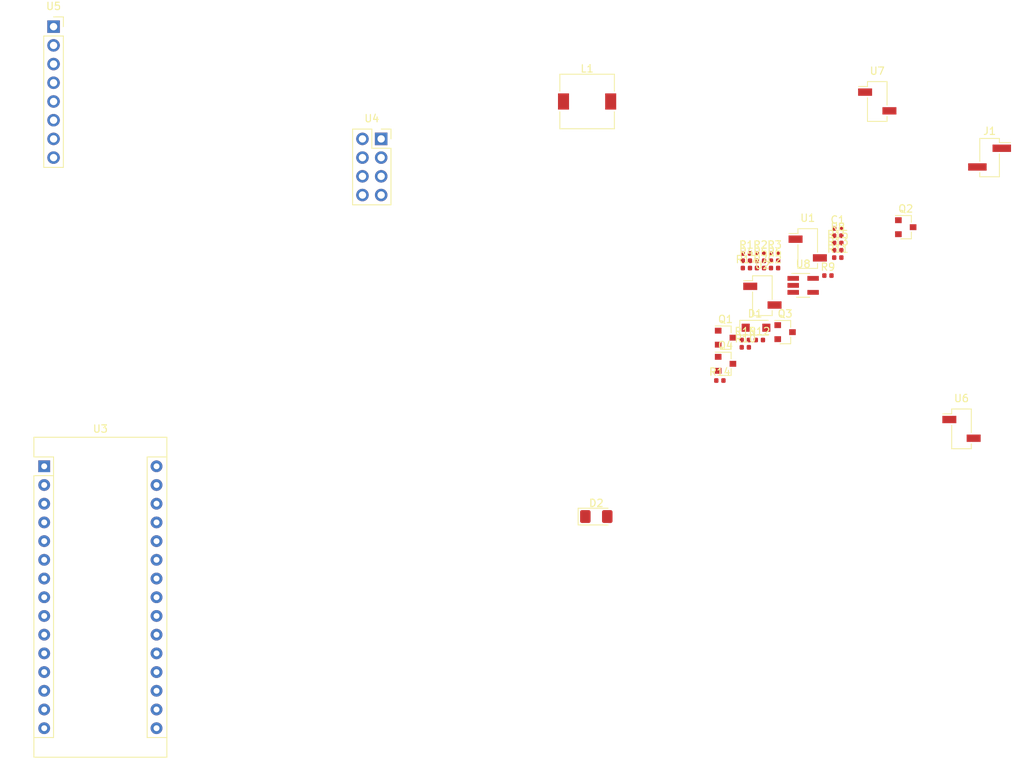
<source format=kicad_pcb>
(kicad_pcb (version 20171130) (host pcbnew "(5.0.2)-1")

  (general
    (thickness 1.6)
    (drawings 0)
    (tracks 0)
    (zones 0)
    (modules 35)
    (nets 52)
  )

  (page A4)
  (layers
    (0 F.Cu signal)
    (31 B.Cu signal)
    (32 B.Adhes user)
    (33 F.Adhes user)
    (34 B.Paste user)
    (35 F.Paste user)
    (36 B.SilkS user)
    (37 F.SilkS user)
    (38 B.Mask user)
    (39 F.Mask user)
    (40 Dwgs.User user)
    (41 Cmts.User user)
    (42 Eco1.User user)
    (43 Eco2.User user)
    (44 Edge.Cuts user)
    (45 Margin user)
    (46 B.CrtYd user)
    (47 F.CrtYd user)
    (48 B.Fab user)
    (49 F.Fab user)
  )

  (setup
    (last_trace_width 0.25)
    (trace_clearance 0.2)
    (zone_clearance 0.508)
    (zone_45_only no)
    (trace_min 0.2)
    (segment_width 0.2)
    (edge_width 0.15)
    (via_size 0.8)
    (via_drill 0.4)
    (via_min_size 0.4)
    (via_min_drill 0.3)
    (uvia_size 0.3)
    (uvia_drill 0.1)
    (uvias_allowed no)
    (uvia_min_size 0.2)
    (uvia_min_drill 0.1)
    (pcb_text_width 0.3)
    (pcb_text_size 1.5 1.5)
    (mod_edge_width 0.15)
    (mod_text_size 1 1)
    (mod_text_width 0.15)
    (pad_size 1.524 1.524)
    (pad_drill 0.762)
    (pad_to_mask_clearance 0.051)
    (solder_mask_min_width 0.25)
    (aux_axis_origin 0 0)
    (visible_elements 7FFFFFFF)
    (pcbplotparams
      (layerselection 0x010fc_ffffffff)
      (usegerberextensions false)
      (usegerberattributes false)
      (usegerberadvancedattributes false)
      (creategerberjobfile false)
      (excludeedgelayer true)
      (linewidth 0.100000)
      (plotframeref false)
      (viasonmask false)
      (mode 1)
      (useauxorigin false)
      (hpglpennumber 1)
      (hpglpenspeed 20)
      (hpglpendiameter 15.000000)
      (psnegative false)
      (psa4output false)
      (plotreference true)
      (plotvalue true)
      (plotinvisibletext false)
      (padsonsilk false)
      (subtractmaskfromsilk false)
      (outputformat 1)
      (mirror false)
      (drillshape 1)
      (scaleselection 1)
      (outputdirectory ""))
  )

  (net 0 "")
  (net 1 GND)
  (net 2 +BATT)
  (net 3 +6V)
  (net 4 "Net-(D1-Pad2)")
  (net 5 "Net-(D2-Pad2)")
  (net 6 "Net-(Q1-Pad1)")
  (net 7 "Net-(Q1-Pad3)")
  (net 8 "Net-(Q2-Pad3)")
  (net 9 "Net-(Q2-Pad1)")
  (net 10 "Net-(Q3-Pad1)")
  (net 11 "Net-(Q3-Pad3)")
  (net 12 "Net-(Q4-Pad3)")
  (net 13 "Net-(Q4-Pad1)")
  (net 14 "Net-(R3-Pad1)")
  (net 15 "Net-(R4-Pad1)")
  (net 16 "Net-(R5-Pad1)")
  (net 17 /CE)
  (net 18 /SCK)
  (net 19 "Net-(R6-Pad1)")
  (net 20 /MISO)
  (net 21 "Net-(R7-Pad2)")
  (net 22 /CSN)
  (net 23 "Net-(R8-Pad2)")
  (net 24 "Net-(R9-Pad2)")
  (net 25 /MOSI)
  (net 26 "Net-(R10-Pad2)")
  (net 27 "Net-(R11-Pad2)")
  (net 28 "Net-(R14-Pad1)")
  (net 29 "Net-(R15-Pad2)")
  (net 30 "Net-(U3-Pad1)")
  (net 31 +3V3)
  (net 32 "Net-(U3-Pad2)")
  (net 33 "Net-(U3-Pad18)")
  (net 34 "Net-(U3-Pad3)")
  (net 35 "Net-(U3-Pad19)")
  (net 36 "Net-(U3-Pad20)")
  (net 37 "Net-(U3-Pad5)")
  (net 38 "Net-(U3-Pad21)")
  (net 39 "Net-(U3-Pad22)")
  (net 40 "Net-(U3-Pad7)")
  (net 41 "Net-(U3-Pad23)")
  (net 42 "Net-(U3-Pad24)")
  (net 43 "Net-(U3-Pad25)")
  (net 44 "Net-(U3-Pad26)")
  (net 45 "Net-(U3-Pad27)")
  (net 46 "Net-(U3-Pad28)")
  (net 47 "Net-(U3-Pad13)")
  (net 48 "Net-(U4-Pad8)")
  (net 49 "Net-(U5-Pad5)")
  (net 50 "Net-(U5-Pad6)")
  (net 51 "Net-(U5-Pad7)")

  (net_class Default "This is the default net class."
    (clearance 0.2)
    (trace_width 0.25)
    (via_dia 0.8)
    (via_drill 0.4)
    (uvia_dia 0.3)
    (uvia_drill 0.1)
    (add_net +3V3)
    (add_net +6V)
    (add_net +BATT)
    (add_net /CE)
    (add_net /CSN)
    (add_net /MISO)
    (add_net /MOSI)
    (add_net /SCK)
    (add_net GND)
    (add_net "Net-(D1-Pad2)")
    (add_net "Net-(D2-Pad2)")
    (add_net "Net-(Q1-Pad1)")
    (add_net "Net-(Q1-Pad3)")
    (add_net "Net-(Q2-Pad1)")
    (add_net "Net-(Q2-Pad3)")
    (add_net "Net-(Q3-Pad1)")
    (add_net "Net-(Q3-Pad3)")
    (add_net "Net-(Q4-Pad1)")
    (add_net "Net-(Q4-Pad3)")
    (add_net "Net-(R10-Pad2)")
    (add_net "Net-(R11-Pad2)")
    (add_net "Net-(R14-Pad1)")
    (add_net "Net-(R15-Pad2)")
    (add_net "Net-(R3-Pad1)")
    (add_net "Net-(R4-Pad1)")
    (add_net "Net-(R5-Pad1)")
    (add_net "Net-(R6-Pad1)")
    (add_net "Net-(R7-Pad2)")
    (add_net "Net-(R8-Pad2)")
    (add_net "Net-(R9-Pad2)")
    (add_net "Net-(U3-Pad1)")
    (add_net "Net-(U3-Pad13)")
    (add_net "Net-(U3-Pad18)")
    (add_net "Net-(U3-Pad19)")
    (add_net "Net-(U3-Pad2)")
    (add_net "Net-(U3-Pad20)")
    (add_net "Net-(U3-Pad21)")
    (add_net "Net-(U3-Pad22)")
    (add_net "Net-(U3-Pad23)")
    (add_net "Net-(U3-Pad24)")
    (add_net "Net-(U3-Pad25)")
    (add_net "Net-(U3-Pad26)")
    (add_net "Net-(U3-Pad27)")
    (add_net "Net-(U3-Pad28)")
    (add_net "Net-(U3-Pad3)")
    (add_net "Net-(U3-Pad5)")
    (add_net "Net-(U3-Pad7)")
    (add_net "Net-(U4-Pad8)")
    (add_net "Net-(U5-Pad5)")
    (add_net "Net-(U5-Pad6)")
    (add_net "Net-(U5-Pad7)")
  )

  (module Capacitor_SMD:C_0402_1005Metric (layer F.Cu) (tedit 5B301BBE) (tstamp 5DD2EBBD)
    (at 191.495001 52.795001)
    (descr "Capacitor SMD 0402 (1005 Metric), square (rectangular) end terminal, IPC_7351 nominal, (Body size source: http://www.tortai-tech.com/upload/download/2011102023233369053.pdf), generated with kicad-footprint-generator")
    (tags capacitor)
    (path /5DCC1937)
    (attr smd)
    (fp_text reference C1 (at 0 -1.17) (layer F.SilkS)
      (effects (font (size 1 1) (thickness 0.15)))
    )
    (fp_text value 4u7 (at 0 1.17) (layer F.Fab)
      (effects (font (size 1 1) (thickness 0.15)))
    )
    (fp_text user %R (at 0 0) (layer F.Fab)
      (effects (font (size 0.25 0.25) (thickness 0.04)))
    )
    (fp_line (start 0.93 0.47) (end -0.93 0.47) (layer F.CrtYd) (width 0.05))
    (fp_line (start 0.93 -0.47) (end 0.93 0.47) (layer F.CrtYd) (width 0.05))
    (fp_line (start -0.93 -0.47) (end 0.93 -0.47) (layer F.CrtYd) (width 0.05))
    (fp_line (start -0.93 0.47) (end -0.93 -0.47) (layer F.CrtYd) (width 0.05))
    (fp_line (start 0.5 0.25) (end -0.5 0.25) (layer F.Fab) (width 0.1))
    (fp_line (start 0.5 -0.25) (end 0.5 0.25) (layer F.Fab) (width 0.1))
    (fp_line (start -0.5 -0.25) (end 0.5 -0.25) (layer F.Fab) (width 0.1))
    (fp_line (start -0.5 0.25) (end -0.5 -0.25) (layer F.Fab) (width 0.1))
    (pad 2 smd roundrect (at 0.485 0) (size 0.59 0.64) (layers F.Cu F.Paste F.Mask) (roundrect_rratio 0.25)
      (net 1 GND))
    (pad 1 smd roundrect (at -0.485 0) (size 0.59 0.64) (layers F.Cu F.Paste F.Mask) (roundrect_rratio 0.25)
      (net 2 +BATT))
    (model ${KISYS3DMOD}/Capacitor_SMD.3dshapes/C_0402_1005Metric.wrl
      (at (xyz 0 0 0))
      (scale (xyz 1 1 1))
      (rotate (xyz 0 0 0))
    )
  )

  (module Capacitor_SMD:C_0402_1005Metric (layer F.Cu) (tedit 5B301BBE) (tstamp 5DD2EBCC)
    (at 182.915001 58.175001)
    (descr "Capacitor SMD 0402 (1005 Metric), square (rectangular) end terminal, IPC_7351 nominal, (Body size source: http://www.tortai-tech.com/upload/download/2011102023233369053.pdf), generated with kicad-footprint-generator")
    (tags capacitor)
    (path /5DC86233)
    (attr smd)
    (fp_text reference C2 (at 0 -1.17) (layer F.SilkS)
      (effects (font (size 1 1) (thickness 0.15)))
    )
    (fp_text value 4u7 (at 0 1.17) (layer F.Fab)
      (effects (font (size 1 1) (thickness 0.15)))
    )
    (fp_line (start -0.5 0.25) (end -0.5 -0.25) (layer F.Fab) (width 0.1))
    (fp_line (start -0.5 -0.25) (end 0.5 -0.25) (layer F.Fab) (width 0.1))
    (fp_line (start 0.5 -0.25) (end 0.5 0.25) (layer F.Fab) (width 0.1))
    (fp_line (start 0.5 0.25) (end -0.5 0.25) (layer F.Fab) (width 0.1))
    (fp_line (start -0.93 0.47) (end -0.93 -0.47) (layer F.CrtYd) (width 0.05))
    (fp_line (start -0.93 -0.47) (end 0.93 -0.47) (layer F.CrtYd) (width 0.05))
    (fp_line (start 0.93 -0.47) (end 0.93 0.47) (layer F.CrtYd) (width 0.05))
    (fp_line (start 0.93 0.47) (end -0.93 0.47) (layer F.CrtYd) (width 0.05))
    (fp_text user %R (at 0 0) (layer F.Fab)
      (effects (font (size 0.25 0.25) (thickness 0.04)))
    )
    (pad 1 smd roundrect (at -0.485 0) (size 0.59 0.64) (layers F.Cu F.Paste F.Mask) (roundrect_rratio 0.25)
      (net 3 +6V))
    (pad 2 smd roundrect (at 0.485 0) (size 0.59 0.64) (layers F.Cu F.Paste F.Mask) (roundrect_rratio 0.25)
      (net 1 GND))
    (model ${KISYS3DMOD}/Capacitor_SMD.3dshapes/C_0402_1005Metric.wrl
      (at (xyz 0 0 0))
      (scale (xyz 1 1 1))
      (rotate (xyz 0 0 0))
    )
  )

  (module Diode_SMD:D_SOD-123F (layer F.Cu) (tedit 587F7769) (tstamp 5DD2EBE5)
    (at 180.400001 66.275001)
    (descr D_SOD-123F)
    (tags D_SOD-123F)
    (path /5DC6D2B0)
    (attr smd)
    (fp_text reference D1 (at -0.127 -1.905) (layer F.SilkS)
      (effects (font (size 1 1) (thickness 0.15)))
    )
    (fp_text value SS24FL (at 0 2.1) (layer F.Fab)
      (effects (font (size 1 1) (thickness 0.15)))
    )
    (fp_text user %R (at -0.127 -1.905) (layer F.Fab)
      (effects (font (size 1 1) (thickness 0.15)))
    )
    (fp_line (start -2.2 -1) (end -2.2 1) (layer F.SilkS) (width 0.12))
    (fp_line (start 0.25 0) (end 0.75 0) (layer F.Fab) (width 0.1))
    (fp_line (start 0.25 0.4) (end -0.35 0) (layer F.Fab) (width 0.1))
    (fp_line (start 0.25 -0.4) (end 0.25 0.4) (layer F.Fab) (width 0.1))
    (fp_line (start -0.35 0) (end 0.25 -0.4) (layer F.Fab) (width 0.1))
    (fp_line (start -0.35 0) (end -0.35 0.55) (layer F.Fab) (width 0.1))
    (fp_line (start -0.35 0) (end -0.35 -0.55) (layer F.Fab) (width 0.1))
    (fp_line (start -0.75 0) (end -0.35 0) (layer F.Fab) (width 0.1))
    (fp_line (start -1.4 0.9) (end -1.4 -0.9) (layer F.Fab) (width 0.1))
    (fp_line (start 1.4 0.9) (end -1.4 0.9) (layer F.Fab) (width 0.1))
    (fp_line (start 1.4 -0.9) (end 1.4 0.9) (layer F.Fab) (width 0.1))
    (fp_line (start -1.4 -0.9) (end 1.4 -0.9) (layer F.Fab) (width 0.1))
    (fp_line (start -2.2 -1.15) (end 2.2 -1.15) (layer F.CrtYd) (width 0.05))
    (fp_line (start 2.2 -1.15) (end 2.2 1.15) (layer F.CrtYd) (width 0.05))
    (fp_line (start 2.2 1.15) (end -2.2 1.15) (layer F.CrtYd) (width 0.05))
    (fp_line (start -2.2 -1.15) (end -2.2 1.15) (layer F.CrtYd) (width 0.05))
    (fp_line (start -2.2 1) (end 1.65 1) (layer F.SilkS) (width 0.12))
    (fp_line (start -2.2 -1) (end 1.65 -1) (layer F.SilkS) (width 0.12))
    (pad 1 smd rect (at -1.4 0) (size 1.1 1.1) (layers F.Cu F.Paste F.Mask)
      (net 3 +6V))
    (pad 2 smd rect (at 1.4 0) (size 1.1 1.1) (layers F.Cu F.Paste F.Mask)
      (net 4 "Net-(D1-Pad2)"))
    (model ${KISYS3DMOD}/Diode_SMD.3dshapes/D_SOD-123F.wrl
      (at (xyz 0 0 0))
      (scale (xyz 1 1 1))
      (rotate (xyz 0 0 0))
    )
  )

  (module LED_SMD:LED_1206_3216Metric_Pad1.42x1.75mm_HandSolder (layer F.Cu) (tedit 5B4B45C9) (tstamp 5DD2EBF8)
    (at 158.730001 91.915001)
    (descr "LED SMD 1206 (3216 Metric), square (rectangular) end terminal, IPC_7351 nominal, (Body size source: http://www.tortai-tech.com/upload/download/2011102023233369053.pdf), generated with kicad-footprint-generator")
    (tags "LED handsolder")
    (path /5DCA8474)
    (attr smd)
    (fp_text reference D2 (at 0 -1.82) (layer F.SilkS)
      (effects (font (size 1 1) (thickness 0.15)))
    )
    (fp_text value LED (at 0 1.82) (layer F.Fab)
      (effects (font (size 1 1) (thickness 0.15)))
    )
    (fp_line (start 1.6 -0.8) (end -1.2 -0.8) (layer F.Fab) (width 0.1))
    (fp_line (start -1.2 -0.8) (end -1.6 -0.4) (layer F.Fab) (width 0.1))
    (fp_line (start -1.6 -0.4) (end -1.6 0.8) (layer F.Fab) (width 0.1))
    (fp_line (start -1.6 0.8) (end 1.6 0.8) (layer F.Fab) (width 0.1))
    (fp_line (start 1.6 0.8) (end 1.6 -0.8) (layer F.Fab) (width 0.1))
    (fp_line (start 1.6 -1.135) (end -2.46 -1.135) (layer F.SilkS) (width 0.12))
    (fp_line (start -2.46 -1.135) (end -2.46 1.135) (layer F.SilkS) (width 0.12))
    (fp_line (start -2.46 1.135) (end 1.6 1.135) (layer F.SilkS) (width 0.12))
    (fp_line (start -2.45 1.12) (end -2.45 -1.12) (layer F.CrtYd) (width 0.05))
    (fp_line (start -2.45 -1.12) (end 2.45 -1.12) (layer F.CrtYd) (width 0.05))
    (fp_line (start 2.45 -1.12) (end 2.45 1.12) (layer F.CrtYd) (width 0.05))
    (fp_line (start 2.45 1.12) (end -2.45 1.12) (layer F.CrtYd) (width 0.05))
    (fp_text user %R (at 0 0) (layer F.Fab)
      (effects (font (size 0.8 0.8) (thickness 0.12)))
    )
    (pad 1 smd roundrect (at -1.4875 0) (size 1.425 1.75) (layers F.Cu F.Paste F.Mask) (roundrect_rratio 0.175439)
      (net 1 GND))
    (pad 2 smd roundrect (at 1.4875 0) (size 1.425 1.75) (layers F.Cu F.Paste F.Mask) (roundrect_rratio 0.175439)
      (net 5 "Net-(D2-Pad2)"))
    (model ${KISYS3DMOD}/LED_SMD.3dshapes/LED_1206_3216Metric.wrl
      (at (xyz 0 0 0))
      (scale (xyz 1 1 1))
      (rotate (xyz 0 0 0))
    )
  )

  (module Connector_PinHeader_2.54mm:PinHeader_1x02_P2.54mm_Vertical_SMD_Pin1Right (layer F.Cu) (tedit 59FED5CC) (tstamp 5DD2EC15)
    (at 212.09 43.18)
    (descr "surface-mounted straight pin header, 1x02, 2.54mm pitch, single row, style 2 (pin 1 right)")
    (tags "Surface mounted pin header SMD 1x02 2.54mm single row style2 pin1 right")
    (path /5DBB7DE7)
    (attr smd)
    (fp_text reference J1 (at 0 -3.6) (layer F.SilkS)
      (effects (font (size 1 1) (thickness 0.15)))
    )
    (fp_text value Conn_01x02 (at 0 3.6) (layer F.Fab)
      (effects (font (size 1 1) (thickness 0.15)))
    )
    (fp_line (start 1.27 2.54) (end -1.27 2.54) (layer F.Fab) (width 0.1))
    (fp_line (start -1.27 -2.54) (end 0.32 -2.54) (layer F.Fab) (width 0.1))
    (fp_line (start 1.27 2.54) (end 1.27 -1.59) (layer F.Fab) (width 0.1))
    (fp_line (start 1.27 -1.59) (end 0.32 -2.54) (layer F.Fab) (width 0.1))
    (fp_line (start -1.27 -2.54) (end -1.27 2.54) (layer F.Fab) (width 0.1))
    (fp_line (start -1.27 0.95) (end -2.54 0.95) (layer F.Fab) (width 0.1))
    (fp_line (start -2.54 0.95) (end -2.54 1.59) (layer F.Fab) (width 0.1))
    (fp_line (start -2.54 1.59) (end -1.27 1.59) (layer F.Fab) (width 0.1))
    (fp_line (start 1.27 -1.59) (end 2.54 -1.59) (layer F.Fab) (width 0.1))
    (fp_line (start 2.54 -1.59) (end 2.54 -0.95) (layer F.Fab) (width 0.1))
    (fp_line (start 2.54 -0.95) (end 1.27 -0.95) (layer F.Fab) (width 0.1))
    (fp_line (start -1.33 -2.6) (end 1.33 -2.6) (layer F.SilkS) (width 0.12))
    (fp_line (start -1.33 2.6) (end 1.33 2.6) (layer F.SilkS) (width 0.12))
    (fp_line (start 1.33 -0.51) (end 1.33 2.6) (layer F.SilkS) (width 0.12))
    (fp_line (start -1.33 -2.6) (end -1.33 0.51) (layer F.SilkS) (width 0.12))
    (fp_line (start 1.33 -2.03) (end 2.85 -2.03) (layer F.SilkS) (width 0.12))
    (fp_line (start 1.33 -2.6) (end 1.33 -2.03) (layer F.SilkS) (width 0.12))
    (fp_line (start -1.33 2.03) (end -1.33 2.6) (layer F.SilkS) (width 0.12))
    (fp_line (start -3.45 -3.05) (end -3.45 3.05) (layer F.CrtYd) (width 0.05))
    (fp_line (start -3.45 3.05) (end 3.45 3.05) (layer F.CrtYd) (width 0.05))
    (fp_line (start 3.45 3.05) (end 3.45 -3.05) (layer F.CrtYd) (width 0.05))
    (fp_line (start 3.45 -3.05) (end -3.45 -3.05) (layer F.CrtYd) (width 0.05))
    (fp_text user %R (at 0 0 90) (layer F.Fab)
      (effects (font (size 1 1) (thickness 0.15)))
    )
    (pad 2 smd rect (at -1.655 1.27) (size 2.51 1) (layers F.Cu F.Paste F.Mask)
      (net 1 GND))
    (pad 1 smd rect (at 1.655 -1.27) (size 2.51 1) (layers F.Cu F.Paste F.Mask)
      (net 2 +BATT))
    (model ${KISYS3DMOD}/Connector_PinHeader_2.54mm.3dshapes/PinHeader_1x02_P2.54mm_Vertical_SMD_Pin1Right.wrl
      (at (xyz 0 0 0))
      (scale (xyz 1 1 1))
      (rotate (xyz 0 0 0))
    )
  )

  (module Inductor_SMD:L_7.3x7.3_H4.5 (layer F.Cu) (tedit 5990349C) (tstamp 5DD2EC2E)
    (at 157.48 35.56)
    (descr "Choke, SMD, 7.3x7.3mm 4.5mm height")
    (tags "Choke SMD")
    (path /5DC6D120)
    (attr smd)
    (fp_text reference L1 (at 0 -4.45) (layer F.SilkS)
      (effects (font (size 1 1) (thickness 0.15)))
    )
    (fp_text value 15u (at 0 4.45) (layer F.Fab)
      (effects (font (size 1 1) (thickness 0.15)))
    )
    (fp_text user %R (at 0 0) (layer F.Fab)
      (effects (font (size 1 1) (thickness 0.15)))
    )
    (fp_line (start 3.7 1.4) (end 3.7 3.7) (layer F.SilkS) (width 0.12))
    (fp_line (start 3.7 3.7) (end -3.7 3.7) (layer F.SilkS) (width 0.12))
    (fp_line (start -3.7 3.7) (end -3.7 1.4) (layer F.SilkS) (width 0.12))
    (fp_line (start -3.7 -1.4) (end -3.7 -3.7) (layer F.SilkS) (width 0.12))
    (fp_line (start -3.7 -3.7) (end 3.7 -3.7) (layer F.SilkS) (width 0.12))
    (fp_line (start 3.7 -3.7) (end 3.7 -1.4) (layer F.SilkS) (width 0.12))
    (fp_line (start -4.2 -3.9) (end -4.2 3.9) (layer F.CrtYd) (width 0.05))
    (fp_line (start -4.2 3.9) (end 4.2 3.9) (layer F.CrtYd) (width 0.05))
    (fp_line (start 4.2 3.9) (end 4.2 -3.9) (layer F.CrtYd) (width 0.05))
    (fp_line (start 4.2 -3.9) (end -4.2 -3.9) (layer F.CrtYd) (width 0.05))
    (fp_line (start 3.65 3.65) (end 3.65 1.4) (layer F.Fab) (width 0.1))
    (fp_line (start 3.65 -3.65) (end 3.65 -1.4) (layer F.Fab) (width 0.1))
    (fp_line (start -3.65 3.65) (end -3.65 1.4) (layer F.Fab) (width 0.1))
    (fp_line (start -3.65 -3.65) (end -3.65 -1.4) (layer F.Fab) (width 0.1))
    (fp_line (start 3.65 3.65) (end -3.65 3.65) (layer F.Fab) (width 0.1))
    (fp_line (start -3.65 -3.65) (end 3.65 -3.65) (layer F.Fab) (width 0.1))
    (fp_arc (start 0 0) (end 2.29 2.29) (angle 90) (layer F.Fab) (width 0.1))
    (fp_arc (start 0 0) (end -2.29 -2.29) (angle 90) (layer F.Fab) (width 0.1))
    (pad 1 smd rect (at -3.2 0) (size 1.5 2.2) (layers F.Cu F.Paste F.Mask)
      (net 2 +BATT))
    (pad 2 smd rect (at 3.2 0) (size 1.5 2.2) (layers F.Cu F.Paste F.Mask)
      (net 4 "Net-(D1-Pad2)"))
    (model ${KISYS3DMOD}/Inductor_SMD.3dshapes/L_7.3x7.3_H4.5.wrl
      (at (xyz 0 0 0))
      (scale (xyz 1 1 1))
      (rotate (xyz 0 0 0))
    )
  )

  (module Package_TO_SOT_SMD:SOT-23 (layer F.Cu) (tedit 5A02FF57) (tstamp 5DD2EC43)
    (at 176.265001 67.625001)
    (descr "SOT-23, Standard")
    (tags SOT-23)
    (path /5DBB1B57)
    (attr smd)
    (fp_text reference Q1 (at 0 -2.5) (layer F.SilkS)
      (effects (font (size 1 1) (thickness 0.15)))
    )
    (fp_text value SQ2310ES (at 0 2.5) (layer F.Fab)
      (effects (font (size 1 1) (thickness 0.15)))
    )
    (fp_text user %R (at 0 0 90) (layer F.Fab)
      (effects (font (size 0.5 0.5) (thickness 0.075)))
    )
    (fp_line (start -0.7 -0.95) (end -0.7 1.5) (layer F.Fab) (width 0.1))
    (fp_line (start -0.15 -1.52) (end 0.7 -1.52) (layer F.Fab) (width 0.1))
    (fp_line (start -0.7 -0.95) (end -0.15 -1.52) (layer F.Fab) (width 0.1))
    (fp_line (start 0.7 -1.52) (end 0.7 1.52) (layer F.Fab) (width 0.1))
    (fp_line (start -0.7 1.52) (end 0.7 1.52) (layer F.Fab) (width 0.1))
    (fp_line (start 0.76 1.58) (end 0.76 0.65) (layer F.SilkS) (width 0.12))
    (fp_line (start 0.76 -1.58) (end 0.76 -0.65) (layer F.SilkS) (width 0.12))
    (fp_line (start -1.7 -1.75) (end 1.7 -1.75) (layer F.CrtYd) (width 0.05))
    (fp_line (start 1.7 -1.75) (end 1.7 1.75) (layer F.CrtYd) (width 0.05))
    (fp_line (start 1.7 1.75) (end -1.7 1.75) (layer F.CrtYd) (width 0.05))
    (fp_line (start -1.7 1.75) (end -1.7 -1.75) (layer F.CrtYd) (width 0.05))
    (fp_line (start 0.76 -1.58) (end -1.4 -1.58) (layer F.SilkS) (width 0.12))
    (fp_line (start 0.76 1.58) (end -0.7 1.58) (layer F.SilkS) (width 0.12))
    (pad 1 smd rect (at -1 -0.95) (size 0.9 0.8) (layers F.Cu F.Paste F.Mask)
      (net 6 "Net-(Q1-Pad1)"))
    (pad 2 smd rect (at -1 0.95) (size 0.9 0.8) (layers F.Cu F.Paste F.Mask)
      (net 1 GND))
    (pad 3 smd rect (at 1 0) (size 0.9 0.8) (layers F.Cu F.Paste F.Mask)
      (net 7 "Net-(Q1-Pad3)"))
    (model ${KISYS3DMOD}/Package_TO_SOT_SMD.3dshapes/SOT-23.wrl
      (at (xyz 0 0 0))
      (scale (xyz 1 1 1))
      (rotate (xyz 0 0 0))
    )
  )

  (module Package_TO_SOT_SMD:SOT-23 (layer F.Cu) (tedit 5A02FF57) (tstamp 5DD2EC58)
    (at 200.715001 52.625001)
    (descr "SOT-23, Standard")
    (tags SOT-23)
    (path /5DBB226E)
    (attr smd)
    (fp_text reference Q2 (at 0 -2.5) (layer F.SilkS)
      (effects (font (size 1 1) (thickness 0.15)))
    )
    (fp_text value SQ2310ES (at 0 2.5) (layer F.Fab)
      (effects (font (size 1 1) (thickness 0.15)))
    )
    (fp_line (start 0.76 1.58) (end -0.7 1.58) (layer F.SilkS) (width 0.12))
    (fp_line (start 0.76 -1.58) (end -1.4 -1.58) (layer F.SilkS) (width 0.12))
    (fp_line (start -1.7 1.75) (end -1.7 -1.75) (layer F.CrtYd) (width 0.05))
    (fp_line (start 1.7 1.75) (end -1.7 1.75) (layer F.CrtYd) (width 0.05))
    (fp_line (start 1.7 -1.75) (end 1.7 1.75) (layer F.CrtYd) (width 0.05))
    (fp_line (start -1.7 -1.75) (end 1.7 -1.75) (layer F.CrtYd) (width 0.05))
    (fp_line (start 0.76 -1.58) (end 0.76 -0.65) (layer F.SilkS) (width 0.12))
    (fp_line (start 0.76 1.58) (end 0.76 0.65) (layer F.SilkS) (width 0.12))
    (fp_line (start -0.7 1.52) (end 0.7 1.52) (layer F.Fab) (width 0.1))
    (fp_line (start 0.7 -1.52) (end 0.7 1.52) (layer F.Fab) (width 0.1))
    (fp_line (start -0.7 -0.95) (end -0.15 -1.52) (layer F.Fab) (width 0.1))
    (fp_line (start -0.15 -1.52) (end 0.7 -1.52) (layer F.Fab) (width 0.1))
    (fp_line (start -0.7 -0.95) (end -0.7 1.5) (layer F.Fab) (width 0.1))
    (fp_text user %R (at 0 0 90) (layer F.Fab)
      (effects (font (size 0.5 0.5) (thickness 0.075)))
    )
    (pad 3 smd rect (at 1 0) (size 0.9 0.8) (layers F.Cu F.Paste F.Mask)
      (net 8 "Net-(Q2-Pad3)"))
    (pad 2 smd rect (at -1 0.95) (size 0.9 0.8) (layers F.Cu F.Paste F.Mask)
      (net 1 GND))
    (pad 1 smd rect (at -1 -0.95) (size 0.9 0.8) (layers F.Cu F.Paste F.Mask)
      (net 9 "Net-(Q2-Pad1)"))
    (model ${KISYS3DMOD}/Package_TO_SOT_SMD.3dshapes/SOT-23.wrl
      (at (xyz 0 0 0))
      (scale (xyz 1 1 1))
      (rotate (xyz 0 0 0))
    )
  )

  (module Package_TO_SOT_SMD:SOT-23 (layer F.Cu) (tedit 5A02FF57) (tstamp 5DD2EC6D)
    (at 184.345001 66.875001)
    (descr "SOT-23, Standard")
    (tags SOT-23)
    (path /5DBB246E)
    (attr smd)
    (fp_text reference Q3 (at 0 -2.5) (layer F.SilkS)
      (effects (font (size 1 1) (thickness 0.15)))
    )
    (fp_text value SQ2310ES (at 0 2.5) (layer F.Fab)
      (effects (font (size 1 1) (thickness 0.15)))
    )
    (fp_text user %R (at 0 0 90) (layer F.Fab)
      (effects (font (size 0.5 0.5) (thickness 0.075)))
    )
    (fp_line (start -0.7 -0.95) (end -0.7 1.5) (layer F.Fab) (width 0.1))
    (fp_line (start -0.15 -1.52) (end 0.7 -1.52) (layer F.Fab) (width 0.1))
    (fp_line (start -0.7 -0.95) (end -0.15 -1.52) (layer F.Fab) (width 0.1))
    (fp_line (start 0.7 -1.52) (end 0.7 1.52) (layer F.Fab) (width 0.1))
    (fp_line (start -0.7 1.52) (end 0.7 1.52) (layer F.Fab) (width 0.1))
    (fp_line (start 0.76 1.58) (end 0.76 0.65) (layer F.SilkS) (width 0.12))
    (fp_line (start 0.76 -1.58) (end 0.76 -0.65) (layer F.SilkS) (width 0.12))
    (fp_line (start -1.7 -1.75) (end 1.7 -1.75) (layer F.CrtYd) (width 0.05))
    (fp_line (start 1.7 -1.75) (end 1.7 1.75) (layer F.CrtYd) (width 0.05))
    (fp_line (start 1.7 1.75) (end -1.7 1.75) (layer F.CrtYd) (width 0.05))
    (fp_line (start -1.7 1.75) (end -1.7 -1.75) (layer F.CrtYd) (width 0.05))
    (fp_line (start 0.76 -1.58) (end -1.4 -1.58) (layer F.SilkS) (width 0.12))
    (fp_line (start 0.76 1.58) (end -0.7 1.58) (layer F.SilkS) (width 0.12))
    (pad 1 smd rect (at -1 -0.95) (size 0.9 0.8) (layers F.Cu F.Paste F.Mask)
      (net 10 "Net-(Q3-Pad1)"))
    (pad 2 smd rect (at -1 0.95) (size 0.9 0.8) (layers F.Cu F.Paste F.Mask)
      (net 1 GND))
    (pad 3 smd rect (at 1 0) (size 0.9 0.8) (layers F.Cu F.Paste F.Mask)
      (net 11 "Net-(Q3-Pad3)"))
    (model ${KISYS3DMOD}/Package_TO_SOT_SMD.3dshapes/SOT-23.wrl
      (at (xyz 0 0 0))
      (scale (xyz 1 1 1))
      (rotate (xyz 0 0 0))
    )
  )

  (module Package_TO_SOT_SMD:SOT-23 (layer F.Cu) (tedit 5A02FF57) (tstamp 5DD2EC82)
    (at 176.265001 71.175001)
    (descr "SOT-23, Standard")
    (tags SOT-23)
    (path /5DBB2486)
    (attr smd)
    (fp_text reference Q4 (at 0 -2.5) (layer F.SilkS)
      (effects (font (size 1 1) (thickness 0.15)))
    )
    (fp_text value SQ2310ES (at 0 2.5) (layer F.Fab)
      (effects (font (size 1 1) (thickness 0.15)))
    )
    (fp_line (start 0.76 1.58) (end -0.7 1.58) (layer F.SilkS) (width 0.12))
    (fp_line (start 0.76 -1.58) (end -1.4 -1.58) (layer F.SilkS) (width 0.12))
    (fp_line (start -1.7 1.75) (end -1.7 -1.75) (layer F.CrtYd) (width 0.05))
    (fp_line (start 1.7 1.75) (end -1.7 1.75) (layer F.CrtYd) (width 0.05))
    (fp_line (start 1.7 -1.75) (end 1.7 1.75) (layer F.CrtYd) (width 0.05))
    (fp_line (start -1.7 -1.75) (end 1.7 -1.75) (layer F.CrtYd) (width 0.05))
    (fp_line (start 0.76 -1.58) (end 0.76 -0.65) (layer F.SilkS) (width 0.12))
    (fp_line (start 0.76 1.58) (end 0.76 0.65) (layer F.SilkS) (width 0.12))
    (fp_line (start -0.7 1.52) (end 0.7 1.52) (layer F.Fab) (width 0.1))
    (fp_line (start 0.7 -1.52) (end 0.7 1.52) (layer F.Fab) (width 0.1))
    (fp_line (start -0.7 -0.95) (end -0.15 -1.52) (layer F.Fab) (width 0.1))
    (fp_line (start -0.15 -1.52) (end 0.7 -1.52) (layer F.Fab) (width 0.1))
    (fp_line (start -0.7 -0.95) (end -0.7 1.5) (layer F.Fab) (width 0.1))
    (fp_text user %R (at 0 0 90) (layer F.Fab)
      (effects (font (size 0.5 0.5) (thickness 0.075)))
    )
    (pad 3 smd rect (at 1 0) (size 0.9 0.8) (layers F.Cu F.Paste F.Mask)
      (net 12 "Net-(Q4-Pad3)"))
    (pad 2 smd rect (at -1 0.95) (size 0.9 0.8) (layers F.Cu F.Paste F.Mask)
      (net 1 GND))
    (pad 1 smd rect (at -1 -0.95) (size 0.9 0.8) (layers F.Cu F.Paste F.Mask)
      (net 13 "Net-(Q4-Pad1)"))
    (model ${KISYS3DMOD}/Package_TO_SOT_SMD.3dshapes/SOT-23.wrl
      (at (xyz 0 0 0))
      (scale (xyz 1 1 1))
      (rotate (xyz 0 0 0))
    )
  )

  (module Resistor_SMD:R_0402_1005Metric (layer F.Cu) (tedit 5B301BBD) (tstamp 5DD2EC91)
    (at 179.095001 56.195001)
    (descr "Resistor SMD 0402 (1005 Metric), square (rectangular) end terminal, IPC_7351 nominal, (Body size source: http://www.tortai-tech.com/upload/download/2011102023233369053.pdf), generated with kicad-footprint-generator")
    (tags resistor)
    (path /5DBB2EF6)
    (attr smd)
    (fp_text reference R1 (at 0 -1.17) (layer F.SilkS)
      (effects (font (size 1 1) (thickness 0.15)))
    )
    (fp_text value 100k (at 0 1.17) (layer F.Fab)
      (effects (font (size 1 1) (thickness 0.15)))
    )
    (fp_line (start -0.5 0.25) (end -0.5 -0.25) (layer F.Fab) (width 0.1))
    (fp_line (start -0.5 -0.25) (end 0.5 -0.25) (layer F.Fab) (width 0.1))
    (fp_line (start 0.5 -0.25) (end 0.5 0.25) (layer F.Fab) (width 0.1))
    (fp_line (start 0.5 0.25) (end -0.5 0.25) (layer F.Fab) (width 0.1))
    (fp_line (start -0.93 0.47) (end -0.93 -0.47) (layer F.CrtYd) (width 0.05))
    (fp_line (start -0.93 -0.47) (end 0.93 -0.47) (layer F.CrtYd) (width 0.05))
    (fp_line (start 0.93 -0.47) (end 0.93 0.47) (layer F.CrtYd) (width 0.05))
    (fp_line (start 0.93 0.47) (end -0.93 0.47) (layer F.CrtYd) (width 0.05))
    (fp_text user %R (at 0 0) (layer F.Fab)
      (effects (font (size 0.25 0.25) (thickness 0.04)))
    )
    (pad 1 smd roundrect (at -0.485 0) (size 0.59 0.64) (layers F.Cu F.Paste F.Mask) (roundrect_rratio 0.25)
      (net 6 "Net-(Q1-Pad1)"))
    (pad 2 smd roundrect (at 0.485 0) (size 0.59 0.64) (layers F.Cu F.Paste F.Mask) (roundrect_rratio 0.25)
      (net 1 GND))
    (model ${KISYS3DMOD}/Resistor_SMD.3dshapes/R_0402_1005Metric.wrl
      (at (xyz 0 0 0))
      (scale (xyz 1 1 1))
      (rotate (xyz 0 0 0))
    )
  )

  (module Resistor_SMD:R_0402_1005Metric (layer F.Cu) (tedit 5B301BBD) (tstamp 5DD2ECA0)
    (at 181.005001 56.195001)
    (descr "Resistor SMD 0402 (1005 Metric), square (rectangular) end terminal, IPC_7351 nominal, (Body size source: http://www.tortai-tech.com/upload/download/2011102023233369053.pdf), generated with kicad-footprint-generator")
    (tags resistor)
    (path /5DBB2FB9)
    (attr smd)
    (fp_text reference R2 (at 0 -1.17) (layer F.SilkS)
      (effects (font (size 1 1) (thickness 0.15)))
    )
    (fp_text value 100k (at 0 1.17) (layer F.Fab)
      (effects (font (size 1 1) (thickness 0.15)))
    )
    (fp_text user %R (at 0 0) (layer F.Fab)
      (effects (font (size 0.25 0.25) (thickness 0.04)))
    )
    (fp_line (start 0.93 0.47) (end -0.93 0.47) (layer F.CrtYd) (width 0.05))
    (fp_line (start 0.93 -0.47) (end 0.93 0.47) (layer F.CrtYd) (width 0.05))
    (fp_line (start -0.93 -0.47) (end 0.93 -0.47) (layer F.CrtYd) (width 0.05))
    (fp_line (start -0.93 0.47) (end -0.93 -0.47) (layer F.CrtYd) (width 0.05))
    (fp_line (start 0.5 0.25) (end -0.5 0.25) (layer F.Fab) (width 0.1))
    (fp_line (start 0.5 -0.25) (end 0.5 0.25) (layer F.Fab) (width 0.1))
    (fp_line (start -0.5 -0.25) (end 0.5 -0.25) (layer F.Fab) (width 0.1))
    (fp_line (start -0.5 0.25) (end -0.5 -0.25) (layer F.Fab) (width 0.1))
    (pad 2 smd roundrect (at 0.485 0) (size 0.59 0.64) (layers F.Cu F.Paste F.Mask) (roundrect_rratio 0.25)
      (net 1 GND))
    (pad 1 smd roundrect (at -0.485 0) (size 0.59 0.64) (layers F.Cu F.Paste F.Mask) (roundrect_rratio 0.25)
      (net 9 "Net-(Q2-Pad1)"))
    (model ${KISYS3DMOD}/Resistor_SMD.3dshapes/R_0402_1005Metric.wrl
      (at (xyz 0 0 0))
      (scale (xyz 1 1 1))
      (rotate (xyz 0 0 0))
    )
  )

  (module Resistor_SMD:R_0402_1005Metric (layer F.Cu) (tedit 5B301BBD) (tstamp 5DD2ECAF)
    (at 182.915001 56.195001)
    (descr "Resistor SMD 0402 (1005 Metric), square (rectangular) end terminal, IPC_7351 nominal, (Body size source: http://www.tortai-tech.com/upload/download/2011102023233369053.pdf), generated with kicad-footprint-generator")
    (tags resistor)
    (path /5DBB2BFE)
    (attr smd)
    (fp_text reference R3 (at 0 -1.17) (layer F.SilkS)
      (effects (font (size 1 1) (thickness 0.15)))
    )
    (fp_text value 100R (at 0 1.17) (layer F.Fab)
      (effects (font (size 1 1) (thickness 0.15)))
    )
    (fp_text user %R (at 0 0) (layer F.Fab)
      (effects (font (size 0.25 0.25) (thickness 0.04)))
    )
    (fp_line (start 0.93 0.47) (end -0.93 0.47) (layer F.CrtYd) (width 0.05))
    (fp_line (start 0.93 -0.47) (end 0.93 0.47) (layer F.CrtYd) (width 0.05))
    (fp_line (start -0.93 -0.47) (end 0.93 -0.47) (layer F.CrtYd) (width 0.05))
    (fp_line (start -0.93 0.47) (end -0.93 -0.47) (layer F.CrtYd) (width 0.05))
    (fp_line (start 0.5 0.25) (end -0.5 0.25) (layer F.Fab) (width 0.1))
    (fp_line (start 0.5 -0.25) (end 0.5 0.25) (layer F.Fab) (width 0.1))
    (fp_line (start -0.5 -0.25) (end 0.5 -0.25) (layer F.Fab) (width 0.1))
    (fp_line (start -0.5 0.25) (end -0.5 -0.25) (layer F.Fab) (width 0.1))
    (pad 2 smd roundrect (at 0.485 0) (size 0.59 0.64) (layers F.Cu F.Paste F.Mask) (roundrect_rratio 0.25)
      (net 9 "Net-(Q2-Pad1)"))
    (pad 1 smd roundrect (at -0.485 0) (size 0.59 0.64) (layers F.Cu F.Paste F.Mask) (roundrect_rratio 0.25)
      (net 14 "Net-(R3-Pad1)"))
    (model ${KISYS3DMOD}/Resistor_SMD.3dshapes/R_0402_1005Metric.wrl
      (at (xyz 0 0 0))
      (scale (xyz 1 1 1))
      (rotate (xyz 0 0 0))
    )
  )

  (module Resistor_SMD:R_0402_1005Metric (layer F.Cu) (tedit 5B301BBD) (tstamp 5DD2ECBE)
    (at 179.095001 57.185001)
    (descr "Resistor SMD 0402 (1005 Metric), square (rectangular) end terminal, IPC_7351 nominal, (Body size source: http://www.tortai-tech.com/upload/download/2011102023233369053.pdf), generated with kicad-footprint-generator")
    (tags resistor)
    (path /5DBB2B13)
    (attr smd)
    (fp_text reference R4 (at 0 -1.17) (layer F.SilkS)
      (effects (font (size 1 1) (thickness 0.15)))
    )
    (fp_text value 100R (at 0 1.17) (layer F.Fab)
      (effects (font (size 1 1) (thickness 0.15)))
    )
    (fp_line (start -0.5 0.25) (end -0.5 -0.25) (layer F.Fab) (width 0.1))
    (fp_line (start -0.5 -0.25) (end 0.5 -0.25) (layer F.Fab) (width 0.1))
    (fp_line (start 0.5 -0.25) (end 0.5 0.25) (layer F.Fab) (width 0.1))
    (fp_line (start 0.5 0.25) (end -0.5 0.25) (layer F.Fab) (width 0.1))
    (fp_line (start -0.93 0.47) (end -0.93 -0.47) (layer F.CrtYd) (width 0.05))
    (fp_line (start -0.93 -0.47) (end 0.93 -0.47) (layer F.CrtYd) (width 0.05))
    (fp_line (start 0.93 -0.47) (end 0.93 0.47) (layer F.CrtYd) (width 0.05))
    (fp_line (start 0.93 0.47) (end -0.93 0.47) (layer F.CrtYd) (width 0.05))
    (fp_text user %R (at 0 0) (layer F.Fab)
      (effects (font (size 0.25 0.25) (thickness 0.04)))
    )
    (pad 1 smd roundrect (at -0.485 0) (size 0.59 0.64) (layers F.Cu F.Paste F.Mask) (roundrect_rratio 0.25)
      (net 15 "Net-(R4-Pad1)"))
    (pad 2 smd roundrect (at 0.485 0) (size 0.59 0.64) (layers F.Cu F.Paste F.Mask) (roundrect_rratio 0.25)
      (net 6 "Net-(Q1-Pad1)"))
    (model ${KISYS3DMOD}/Resistor_SMD.3dshapes/R_0402_1005Metric.wrl
      (at (xyz 0 0 0))
      (scale (xyz 1 1 1))
      (rotate (xyz 0 0 0))
    )
  )

  (module Resistor_SMD:R_0402_1005Metric (layer F.Cu) (tedit 5B301BBD) (tstamp 5DD2ECCD)
    (at 181.005001 57.185001)
    (descr "Resistor SMD 0402 (1005 Metric), square (rectangular) end terminal, IPC_7351 nominal, (Body size source: http://www.tortai-tech.com/upload/download/2011102023233369053.pdf), generated with kicad-footprint-generator")
    (tags resistor)
    (path /5DC88C76)
    (attr smd)
    (fp_text reference R5 (at 0 -1.17) (layer F.SilkS)
      (effects (font (size 1 1) (thickness 0.15)))
    )
    (fp_text value 22R (at 0 1.17) (layer F.Fab)
      (effects (font (size 1 1) (thickness 0.15)))
    )
    (fp_line (start -0.5 0.25) (end -0.5 -0.25) (layer F.Fab) (width 0.1))
    (fp_line (start -0.5 -0.25) (end 0.5 -0.25) (layer F.Fab) (width 0.1))
    (fp_line (start 0.5 -0.25) (end 0.5 0.25) (layer F.Fab) (width 0.1))
    (fp_line (start 0.5 0.25) (end -0.5 0.25) (layer F.Fab) (width 0.1))
    (fp_line (start -0.93 0.47) (end -0.93 -0.47) (layer F.CrtYd) (width 0.05))
    (fp_line (start -0.93 -0.47) (end 0.93 -0.47) (layer F.CrtYd) (width 0.05))
    (fp_line (start 0.93 -0.47) (end 0.93 0.47) (layer F.CrtYd) (width 0.05))
    (fp_line (start 0.93 0.47) (end -0.93 0.47) (layer F.CrtYd) (width 0.05))
    (fp_text user %R (at 0 0) (layer F.Fab)
      (effects (font (size 0.25 0.25) (thickness 0.04)))
    )
    (pad 1 smd roundrect (at -0.485 0) (size 0.59 0.64) (layers F.Cu F.Paste F.Mask) (roundrect_rratio 0.25)
      (net 16 "Net-(R5-Pad1)"))
    (pad 2 smd roundrect (at 0.485 0) (size 0.59 0.64) (layers F.Cu F.Paste F.Mask) (roundrect_rratio 0.25)
      (net 17 /CE))
    (model ${KISYS3DMOD}/Resistor_SMD.3dshapes/R_0402_1005Metric.wrl
      (at (xyz 0 0 0))
      (scale (xyz 1 1 1))
      (rotate (xyz 0 0 0))
    )
  )

  (module Resistor_SMD:R_0402_1005Metric (layer F.Cu) (tedit 5B301BBD) (tstamp 5DD2ECDC)
    (at 182.915001 57.185001)
    (descr "Resistor SMD 0402 (1005 Metric), square (rectangular) end terminal, IPC_7351 nominal, (Body size source: http://www.tortai-tech.com/upload/download/2011102023233369053.pdf), generated with kicad-footprint-generator")
    (tags resistor)
    (path /5DC9431B)
    (attr smd)
    (fp_text reference R6 (at 0 -1.17) (layer F.SilkS)
      (effects (font (size 1 1) (thickness 0.15)))
    )
    (fp_text value 22R (at 0 1.17) (layer F.Fab)
      (effects (font (size 1 1) (thickness 0.15)))
    )
    (fp_text user %R (at 0 0) (layer F.Fab)
      (effects (font (size 0.25 0.25) (thickness 0.04)))
    )
    (fp_line (start 0.93 0.47) (end -0.93 0.47) (layer F.CrtYd) (width 0.05))
    (fp_line (start 0.93 -0.47) (end 0.93 0.47) (layer F.CrtYd) (width 0.05))
    (fp_line (start -0.93 -0.47) (end 0.93 -0.47) (layer F.CrtYd) (width 0.05))
    (fp_line (start -0.93 0.47) (end -0.93 -0.47) (layer F.CrtYd) (width 0.05))
    (fp_line (start 0.5 0.25) (end -0.5 0.25) (layer F.Fab) (width 0.1))
    (fp_line (start 0.5 -0.25) (end 0.5 0.25) (layer F.Fab) (width 0.1))
    (fp_line (start -0.5 -0.25) (end 0.5 -0.25) (layer F.Fab) (width 0.1))
    (fp_line (start -0.5 0.25) (end -0.5 -0.25) (layer F.Fab) (width 0.1))
    (pad 2 smd roundrect (at 0.485 0) (size 0.59 0.64) (layers F.Cu F.Paste F.Mask) (roundrect_rratio 0.25)
      (net 18 /SCK))
    (pad 1 smd roundrect (at -0.485 0) (size 0.59 0.64) (layers F.Cu F.Paste F.Mask) (roundrect_rratio 0.25)
      (net 19 "Net-(R6-Pad1)"))
    (model ${KISYS3DMOD}/Resistor_SMD.3dshapes/R_0402_1005Metric.wrl
      (at (xyz 0 0 0))
      (scale (xyz 1 1 1))
      (rotate (xyz 0 0 0))
    )
  )

  (module Resistor_SMD:R_0402_1005Metric (layer F.Cu) (tedit 5B301BBD) (tstamp 5DD2ECEB)
    (at 181.005001 58.175001)
    (descr "Resistor SMD 0402 (1005 Metric), square (rectangular) end terminal, IPC_7351 nominal, (Body size source: http://www.tortai-tech.com/upload/download/2011102023233369053.pdf), generated with kicad-footprint-generator")
    (tags resistor)
    (path /5DC9BEC6)
    (attr smd)
    (fp_text reference R7 (at 0 -1.17) (layer F.SilkS)
      (effects (font (size 1 1) (thickness 0.15)))
    )
    (fp_text value 22R (at 0 1.17) (layer F.Fab)
      (effects (font (size 1 1) (thickness 0.15)))
    )
    (fp_line (start -0.5 0.25) (end -0.5 -0.25) (layer F.Fab) (width 0.1))
    (fp_line (start -0.5 -0.25) (end 0.5 -0.25) (layer F.Fab) (width 0.1))
    (fp_line (start 0.5 -0.25) (end 0.5 0.25) (layer F.Fab) (width 0.1))
    (fp_line (start 0.5 0.25) (end -0.5 0.25) (layer F.Fab) (width 0.1))
    (fp_line (start -0.93 0.47) (end -0.93 -0.47) (layer F.CrtYd) (width 0.05))
    (fp_line (start -0.93 -0.47) (end 0.93 -0.47) (layer F.CrtYd) (width 0.05))
    (fp_line (start 0.93 -0.47) (end 0.93 0.47) (layer F.CrtYd) (width 0.05))
    (fp_line (start 0.93 0.47) (end -0.93 0.47) (layer F.CrtYd) (width 0.05))
    (fp_text user %R (at 0 0) (layer F.Fab)
      (effects (font (size 0.25 0.25) (thickness 0.04)))
    )
    (pad 1 smd roundrect (at -0.485 0) (size 0.59 0.64) (layers F.Cu F.Paste F.Mask) (roundrect_rratio 0.25)
      (net 20 /MISO))
    (pad 2 smd roundrect (at 0.485 0) (size 0.59 0.64) (layers F.Cu F.Paste F.Mask) (roundrect_rratio 0.25)
      (net 21 "Net-(R7-Pad2)"))
    (model ${KISYS3DMOD}/Resistor_SMD.3dshapes/R_0402_1005Metric.wrl
      (at (xyz 0 0 0))
      (scale (xyz 1 1 1))
      (rotate (xyz 0 0 0))
    )
  )

  (module Resistor_SMD:R_0402_1005Metric (layer F.Cu) (tedit 5B301BBD) (tstamp 5DD2ECFA)
    (at 191.495001 53.785001)
    (descr "Resistor SMD 0402 (1005 Metric), square (rectangular) end terminal, IPC_7351 nominal, (Body size source: http://www.tortai-tech.com/upload/download/2011102023233369053.pdf), generated with kicad-footprint-generator")
    (tags resistor)
    (path /5DC6B3EE)
    (attr smd)
    (fp_text reference R8 (at 0 -1.17) (layer F.SilkS)
      (effects (font (size 1 1) (thickness 0.15)))
    )
    (fp_text value 22R (at 0 1.17) (layer F.Fab)
      (effects (font (size 1 1) (thickness 0.15)))
    )
    (fp_line (start -0.5 0.25) (end -0.5 -0.25) (layer F.Fab) (width 0.1))
    (fp_line (start -0.5 -0.25) (end 0.5 -0.25) (layer F.Fab) (width 0.1))
    (fp_line (start 0.5 -0.25) (end 0.5 0.25) (layer F.Fab) (width 0.1))
    (fp_line (start 0.5 0.25) (end -0.5 0.25) (layer F.Fab) (width 0.1))
    (fp_line (start -0.93 0.47) (end -0.93 -0.47) (layer F.CrtYd) (width 0.05))
    (fp_line (start -0.93 -0.47) (end 0.93 -0.47) (layer F.CrtYd) (width 0.05))
    (fp_line (start 0.93 -0.47) (end 0.93 0.47) (layer F.CrtYd) (width 0.05))
    (fp_line (start 0.93 0.47) (end -0.93 0.47) (layer F.CrtYd) (width 0.05))
    (fp_text user %R (at 0 0) (layer F.Fab)
      (effects (font (size 0.25 0.25) (thickness 0.04)))
    )
    (pad 1 smd roundrect (at -0.485 0) (size 0.59 0.64) (layers F.Cu F.Paste F.Mask) (roundrect_rratio 0.25)
      (net 22 /CSN))
    (pad 2 smd roundrect (at 0.485 0) (size 0.59 0.64) (layers F.Cu F.Paste F.Mask) (roundrect_rratio 0.25)
      (net 23 "Net-(R8-Pad2)"))
    (model ${KISYS3DMOD}/Resistor_SMD.3dshapes/R_0402_1005Metric.wrl
      (at (xyz 0 0 0))
      (scale (xyz 1 1 1))
      (rotate (xyz 0 0 0))
    )
  )

  (module Resistor_SMD:R_0402_1005Metric (layer F.Cu) (tedit 5B301BBD) (tstamp 5DD2ED09)
    (at 190.155001 59.195001)
    (descr "Resistor SMD 0402 (1005 Metric), square (rectangular) end terminal, IPC_7351 nominal, (Body size source: http://www.tortai-tech.com/upload/download/2011102023233369053.pdf), generated with kicad-footprint-generator")
    (tags resistor)
    (path /5DC6B633)
    (attr smd)
    (fp_text reference R9 (at 0 -1.17) (layer F.SilkS)
      (effects (font (size 1 1) (thickness 0.15)))
    )
    (fp_text value 22R (at 0 1.17) (layer F.Fab)
      (effects (font (size 1 1) (thickness 0.15)))
    )
    (fp_text user %R (at 0 0) (layer F.Fab)
      (effects (font (size 0.25 0.25) (thickness 0.04)))
    )
    (fp_line (start 0.93 0.47) (end -0.93 0.47) (layer F.CrtYd) (width 0.05))
    (fp_line (start 0.93 -0.47) (end 0.93 0.47) (layer F.CrtYd) (width 0.05))
    (fp_line (start -0.93 -0.47) (end 0.93 -0.47) (layer F.CrtYd) (width 0.05))
    (fp_line (start -0.93 0.47) (end -0.93 -0.47) (layer F.CrtYd) (width 0.05))
    (fp_line (start 0.5 0.25) (end -0.5 0.25) (layer F.Fab) (width 0.1))
    (fp_line (start 0.5 -0.25) (end 0.5 0.25) (layer F.Fab) (width 0.1))
    (fp_line (start -0.5 -0.25) (end 0.5 -0.25) (layer F.Fab) (width 0.1))
    (fp_line (start -0.5 0.25) (end -0.5 -0.25) (layer F.Fab) (width 0.1))
    (pad 2 smd roundrect (at 0.485 0) (size 0.59 0.64) (layers F.Cu F.Paste F.Mask) (roundrect_rratio 0.25)
      (net 24 "Net-(R9-Pad2)"))
    (pad 1 smd roundrect (at -0.485 0) (size 0.59 0.64) (layers F.Cu F.Paste F.Mask) (roundrect_rratio 0.25)
      (net 25 /MOSI))
    (model ${KISYS3DMOD}/Resistor_SMD.3dshapes/R_0402_1005Metric.wrl
      (at (xyz 0 0 0))
      (scale (xyz 1 1 1))
      (rotate (xyz 0 0 0))
    )
  )

  (module Resistor_SMD:R_0402_1005Metric (layer F.Cu) (tedit 5B301BBD) (tstamp 5DD2ED18)
    (at 178.945001 68.935001)
    (descr "Resistor SMD 0402 (1005 Metric), square (rectangular) end terminal, IPC_7351 nominal, (Body size source: http://www.tortai-tech.com/upload/download/2011102023233369053.pdf), generated with kicad-footprint-generator")
    (tags resistor)
    (path /5DBB2C9F)
    (attr smd)
    (fp_text reference R10 (at 0 -1.17) (layer F.SilkS)
      (effects (font (size 1 1) (thickness 0.15)))
    )
    (fp_text value 100R (at 0 1.17) (layer F.Fab)
      (effects (font (size 1 1) (thickness 0.15)))
    )
    (fp_text user %R (at 0 0) (layer F.Fab)
      (effects (font (size 0.25 0.25) (thickness 0.04)))
    )
    (fp_line (start 0.93 0.47) (end -0.93 0.47) (layer F.CrtYd) (width 0.05))
    (fp_line (start 0.93 -0.47) (end 0.93 0.47) (layer F.CrtYd) (width 0.05))
    (fp_line (start -0.93 -0.47) (end 0.93 -0.47) (layer F.CrtYd) (width 0.05))
    (fp_line (start -0.93 0.47) (end -0.93 -0.47) (layer F.CrtYd) (width 0.05))
    (fp_line (start 0.5 0.25) (end -0.5 0.25) (layer F.Fab) (width 0.1))
    (fp_line (start 0.5 -0.25) (end 0.5 0.25) (layer F.Fab) (width 0.1))
    (fp_line (start -0.5 -0.25) (end 0.5 -0.25) (layer F.Fab) (width 0.1))
    (fp_line (start -0.5 0.25) (end -0.5 -0.25) (layer F.Fab) (width 0.1))
    (pad 2 smd roundrect (at 0.485 0) (size 0.59 0.64) (layers F.Cu F.Paste F.Mask) (roundrect_rratio 0.25)
      (net 26 "Net-(R10-Pad2)"))
    (pad 1 smd roundrect (at -0.485 0) (size 0.59 0.64) (layers F.Cu F.Paste F.Mask) (roundrect_rratio 0.25)
      (net 10 "Net-(Q3-Pad1)"))
    (model ${KISYS3DMOD}/Resistor_SMD.3dshapes/R_0402_1005Metric.wrl
      (at (xyz 0 0 0))
      (scale (xyz 1 1 1))
      (rotate (xyz 0 0 0))
    )
  )

  (module Resistor_SMD:R_0402_1005Metric (layer F.Cu) (tedit 5B301BBD) (tstamp 5DD2ED27)
    (at 191.495001 56.755001)
    (descr "Resistor SMD 0402 (1005 Metric), square (rectangular) end terminal, IPC_7351 nominal, (Body size source: http://www.tortai-tech.com/upload/download/2011102023233369053.pdf), generated with kicad-footprint-generator")
    (tags resistor)
    (path /5DBB2E11)
    (attr smd)
    (fp_text reference R11 (at 0 -1.17) (layer F.SilkS)
      (effects (font (size 1 1) (thickness 0.15)))
    )
    (fp_text value 100R (at 0 1.17) (layer F.Fab)
      (effects (font (size 1 1) (thickness 0.15)))
    )
    (fp_line (start -0.5 0.25) (end -0.5 -0.25) (layer F.Fab) (width 0.1))
    (fp_line (start -0.5 -0.25) (end 0.5 -0.25) (layer F.Fab) (width 0.1))
    (fp_line (start 0.5 -0.25) (end 0.5 0.25) (layer F.Fab) (width 0.1))
    (fp_line (start 0.5 0.25) (end -0.5 0.25) (layer F.Fab) (width 0.1))
    (fp_line (start -0.93 0.47) (end -0.93 -0.47) (layer F.CrtYd) (width 0.05))
    (fp_line (start -0.93 -0.47) (end 0.93 -0.47) (layer F.CrtYd) (width 0.05))
    (fp_line (start 0.93 -0.47) (end 0.93 0.47) (layer F.CrtYd) (width 0.05))
    (fp_line (start 0.93 0.47) (end -0.93 0.47) (layer F.CrtYd) (width 0.05))
    (fp_text user %R (at 0 0) (layer F.Fab)
      (effects (font (size 0.25 0.25) (thickness 0.04)))
    )
    (pad 1 smd roundrect (at -0.485 0) (size 0.59 0.64) (layers F.Cu F.Paste F.Mask) (roundrect_rratio 0.25)
      (net 13 "Net-(Q4-Pad1)"))
    (pad 2 smd roundrect (at 0.485 0) (size 0.59 0.64) (layers F.Cu F.Paste F.Mask) (roundrect_rratio 0.25)
      (net 27 "Net-(R11-Pad2)"))
    (model ${KISYS3DMOD}/Resistor_SMD.3dshapes/R_0402_1005Metric.wrl
      (at (xyz 0 0 0))
      (scale (xyz 1 1 1))
      (rotate (xyz 0 0 0))
    )
  )

  (module Resistor_SMD:R_0402_1005Metric (layer F.Cu) (tedit 5B301BBD) (tstamp 5DD2ED36)
    (at 180.855001 67.945001)
    (descr "Resistor SMD 0402 (1005 Metric), square (rectangular) end terminal, IPC_7351 nominal, (Body size source: http://www.tortai-tech.com/upload/download/2011102023233369053.pdf), generated with kicad-footprint-generator")
    (tags resistor)
    (path /5DBB3292)
    (attr smd)
    (fp_text reference R12 (at 0 -1.17) (layer F.SilkS)
      (effects (font (size 1 1) (thickness 0.15)))
    )
    (fp_text value 100k (at 0 1.17) (layer F.Fab)
      (effects (font (size 1 1) (thickness 0.15)))
    )
    (fp_line (start -0.5 0.25) (end -0.5 -0.25) (layer F.Fab) (width 0.1))
    (fp_line (start -0.5 -0.25) (end 0.5 -0.25) (layer F.Fab) (width 0.1))
    (fp_line (start 0.5 -0.25) (end 0.5 0.25) (layer F.Fab) (width 0.1))
    (fp_line (start 0.5 0.25) (end -0.5 0.25) (layer F.Fab) (width 0.1))
    (fp_line (start -0.93 0.47) (end -0.93 -0.47) (layer F.CrtYd) (width 0.05))
    (fp_line (start -0.93 -0.47) (end 0.93 -0.47) (layer F.CrtYd) (width 0.05))
    (fp_line (start 0.93 -0.47) (end 0.93 0.47) (layer F.CrtYd) (width 0.05))
    (fp_line (start 0.93 0.47) (end -0.93 0.47) (layer F.CrtYd) (width 0.05))
    (fp_text user %R (at 0 0) (layer F.Fab)
      (effects (font (size 0.25 0.25) (thickness 0.04)))
    )
    (pad 1 smd roundrect (at -0.485 0) (size 0.59 0.64) (layers F.Cu F.Paste F.Mask) (roundrect_rratio 0.25)
      (net 10 "Net-(Q3-Pad1)"))
    (pad 2 smd roundrect (at 0.485 0) (size 0.59 0.64) (layers F.Cu F.Paste F.Mask) (roundrect_rratio 0.25)
      (net 1 GND))
    (model ${KISYS3DMOD}/Resistor_SMD.3dshapes/R_0402_1005Metric.wrl
      (at (xyz 0 0 0))
      (scale (xyz 1 1 1))
      (rotate (xyz 0 0 0))
    )
  )

  (module Resistor_SMD:R_0402_1005Metric (layer F.Cu) (tedit 5B301BBD) (tstamp 5DD2ED45)
    (at 191.495001 55.765001)
    (descr "Resistor SMD 0402 (1005 Metric), square (rectangular) end terminal, IPC_7351 nominal, (Body size source: http://www.tortai-tech.com/upload/download/2011102023233369053.pdf), generated with kicad-footprint-generator")
    (tags resistor)
    (path /5DBB332B)
    (attr smd)
    (fp_text reference R13 (at 0 -1.17) (layer F.SilkS)
      (effects (font (size 1 1) (thickness 0.15)))
    )
    (fp_text value 100k (at 0 1.17) (layer F.Fab)
      (effects (font (size 1 1) (thickness 0.15)))
    )
    (fp_line (start -0.5 0.25) (end -0.5 -0.25) (layer F.Fab) (width 0.1))
    (fp_line (start -0.5 -0.25) (end 0.5 -0.25) (layer F.Fab) (width 0.1))
    (fp_line (start 0.5 -0.25) (end 0.5 0.25) (layer F.Fab) (width 0.1))
    (fp_line (start 0.5 0.25) (end -0.5 0.25) (layer F.Fab) (width 0.1))
    (fp_line (start -0.93 0.47) (end -0.93 -0.47) (layer F.CrtYd) (width 0.05))
    (fp_line (start -0.93 -0.47) (end 0.93 -0.47) (layer F.CrtYd) (width 0.05))
    (fp_line (start 0.93 -0.47) (end 0.93 0.47) (layer F.CrtYd) (width 0.05))
    (fp_line (start 0.93 0.47) (end -0.93 0.47) (layer F.CrtYd) (width 0.05))
    (fp_text user %R (at 0 0) (layer F.Fab)
      (effects (font (size 0.25 0.25) (thickness 0.04)))
    )
    (pad 1 smd roundrect (at -0.485 0) (size 0.59 0.64) (layers F.Cu F.Paste F.Mask) (roundrect_rratio 0.25)
      (net 13 "Net-(Q4-Pad1)"))
    (pad 2 smd roundrect (at 0.485 0) (size 0.59 0.64) (layers F.Cu F.Paste F.Mask) (roundrect_rratio 0.25)
      (net 1 GND))
    (model ${KISYS3DMOD}/Resistor_SMD.3dshapes/R_0402_1005Metric.wrl
      (at (xyz 0 0 0))
      (scale (xyz 1 1 1))
      (rotate (xyz 0 0 0))
    )
  )

  (module Resistor_SMD:R_0402_1005Metric (layer F.Cu) (tedit 5B301BBD) (tstamp 5DD2ED54)
    (at 175.495001 73.445001)
    (descr "Resistor SMD 0402 (1005 Metric), square (rectangular) end terminal, IPC_7351 nominal, (Body size source: http://www.tortai-tech.com/upload/download/2011102023233369053.pdf), generated with kicad-footprint-generator")
    (tags resistor)
    (path /5DC5C521)
    (attr smd)
    (fp_text reference R14 (at 0 -1.17) (layer F.SilkS)
      (effects (font (size 1 1) (thickness 0.15)))
    )
    (fp_text value 51k (at 0 1.17) (layer F.Fab)
      (effects (font (size 1 1) (thickness 0.15)))
    )
    (fp_text user %R (at 0 0) (layer F.Fab)
      (effects (font (size 0.25 0.25) (thickness 0.04)))
    )
    (fp_line (start 0.93 0.47) (end -0.93 0.47) (layer F.CrtYd) (width 0.05))
    (fp_line (start 0.93 -0.47) (end 0.93 0.47) (layer F.CrtYd) (width 0.05))
    (fp_line (start -0.93 -0.47) (end 0.93 -0.47) (layer F.CrtYd) (width 0.05))
    (fp_line (start -0.93 0.47) (end -0.93 -0.47) (layer F.CrtYd) (width 0.05))
    (fp_line (start 0.5 0.25) (end -0.5 0.25) (layer F.Fab) (width 0.1))
    (fp_line (start 0.5 -0.25) (end 0.5 0.25) (layer F.Fab) (width 0.1))
    (fp_line (start -0.5 -0.25) (end 0.5 -0.25) (layer F.Fab) (width 0.1))
    (fp_line (start -0.5 0.25) (end -0.5 -0.25) (layer F.Fab) (width 0.1))
    (pad 2 smd roundrect (at 0.485 0) (size 0.59 0.64) (layers F.Cu F.Paste F.Mask) (roundrect_rratio 0.25)
      (net 2 +BATT))
    (pad 1 smd roundrect (at -0.485 0) (size 0.59 0.64) (layers F.Cu F.Paste F.Mask) (roundrect_rratio 0.25)
      (net 28 "Net-(R14-Pad1)"))
    (model ${KISYS3DMOD}/Resistor_SMD.3dshapes/R_0402_1005Metric.wrl
      (at (xyz 0 0 0))
      (scale (xyz 1 1 1))
      (rotate (xyz 0 0 0))
    )
  )

  (module Resistor_SMD:R_0402_1005Metric (layer F.Cu) (tedit 5B301BBD) (tstamp 5DD2ED63)
    (at 191.495001 54.775001)
    (descr "Resistor SMD 0402 (1005 Metric), square (rectangular) end terminal, IPC_7351 nominal, (Body size source: http://www.tortai-tech.com/upload/download/2011102023233369053.pdf), generated with kicad-footprint-generator")
    (tags resistor)
    (path /5DC77BBC)
    (attr smd)
    (fp_text reference R15 (at 0 -1.17) (layer F.SilkS)
      (effects (font (size 1 1) (thickness 0.15)))
    )
    (fp_text value 10k (at 0 1.17) (layer F.Fab)
      (effects (font (size 1 1) (thickness 0.15)))
    )
    (fp_text user %R (at 0 0) (layer F.Fab)
      (effects (font (size 0.25 0.25) (thickness 0.04)))
    )
    (fp_line (start 0.93 0.47) (end -0.93 0.47) (layer F.CrtYd) (width 0.05))
    (fp_line (start 0.93 -0.47) (end 0.93 0.47) (layer F.CrtYd) (width 0.05))
    (fp_line (start -0.93 -0.47) (end 0.93 -0.47) (layer F.CrtYd) (width 0.05))
    (fp_line (start -0.93 0.47) (end -0.93 -0.47) (layer F.CrtYd) (width 0.05))
    (fp_line (start 0.5 0.25) (end -0.5 0.25) (layer F.Fab) (width 0.1))
    (fp_line (start 0.5 -0.25) (end 0.5 0.25) (layer F.Fab) (width 0.1))
    (fp_line (start -0.5 -0.25) (end 0.5 -0.25) (layer F.Fab) (width 0.1))
    (fp_line (start -0.5 0.25) (end -0.5 -0.25) (layer F.Fab) (width 0.1))
    (pad 2 smd roundrect (at 0.485 0) (size 0.59 0.64) (layers F.Cu F.Paste F.Mask) (roundrect_rratio 0.25)
      (net 29 "Net-(R15-Pad2)"))
    (pad 1 smd roundrect (at -0.485 0) (size 0.59 0.64) (layers F.Cu F.Paste F.Mask) (roundrect_rratio 0.25)
      (net 1 GND))
    (model ${KISYS3DMOD}/Resistor_SMD.3dshapes/R_0402_1005Metric.wrl
      (at (xyz 0 0 0))
      (scale (xyz 1 1 1))
      (rotate (xyz 0 0 0))
    )
  )

  (module Resistor_SMD:R_0402_1005Metric (layer F.Cu) (tedit 5B301BBD) (tstamp 5DD2ED72)
    (at 178.945001 67.945001)
    (descr "Resistor SMD 0402 (1005 Metric), square (rectangular) end terminal, IPC_7351 nominal, (Body size source: http://www.tortai-tech.com/upload/download/2011102023233369053.pdf), generated with kicad-footprint-generator")
    (tags resistor)
    (path /5DC77B3E)
    (attr smd)
    (fp_text reference R16 (at 0 -1.17) (layer F.SilkS)
      (effects (font (size 1 1) (thickness 0.15)))
    )
    (fp_text value 39k (at 0 1.17) (layer F.Fab)
      (effects (font (size 1 1) (thickness 0.15)))
    )
    (fp_line (start -0.5 0.25) (end -0.5 -0.25) (layer F.Fab) (width 0.1))
    (fp_line (start -0.5 -0.25) (end 0.5 -0.25) (layer F.Fab) (width 0.1))
    (fp_line (start 0.5 -0.25) (end 0.5 0.25) (layer F.Fab) (width 0.1))
    (fp_line (start 0.5 0.25) (end -0.5 0.25) (layer F.Fab) (width 0.1))
    (fp_line (start -0.93 0.47) (end -0.93 -0.47) (layer F.CrtYd) (width 0.05))
    (fp_line (start -0.93 -0.47) (end 0.93 -0.47) (layer F.CrtYd) (width 0.05))
    (fp_line (start 0.93 -0.47) (end 0.93 0.47) (layer F.CrtYd) (width 0.05))
    (fp_line (start 0.93 0.47) (end -0.93 0.47) (layer F.CrtYd) (width 0.05))
    (fp_text user %R (at 0 0) (layer F.Fab)
      (effects (font (size 0.25 0.25) (thickness 0.04)))
    )
    (pad 1 smd roundrect (at -0.485 0) (size 0.59 0.64) (layers F.Cu F.Paste F.Mask) (roundrect_rratio 0.25)
      (net 3 +6V))
    (pad 2 smd roundrect (at 0.485 0) (size 0.59 0.64) (layers F.Cu F.Paste F.Mask) (roundrect_rratio 0.25)
      (net 29 "Net-(R15-Pad2)"))
    (model ${KISYS3DMOD}/Resistor_SMD.3dshapes/R_0402_1005Metric.wrl
      (at (xyz 0 0 0))
      (scale (xyz 1 1 1))
      (rotate (xyz 0 0 0))
    )
  )

  (module Resistor_SMD:R_0402_1005Metric (layer F.Cu) (tedit 5B301BBD) (tstamp 5DD2ED81)
    (at 179.095001 58.175001)
    (descr "Resistor SMD 0402 (1005 Metric), square (rectangular) end terminal, IPC_7351 nominal, (Body size source: http://www.tortai-tech.com/upload/download/2011102023233369053.pdf), generated with kicad-footprint-generator")
    (tags resistor)
    (path /5DCA81D2)
    (attr smd)
    (fp_text reference R17 (at 0 -1.17) (layer F.SilkS)
      (effects (font (size 1 1) (thickness 0.15)))
    )
    (fp_text value 680 (at 0 1.17) (layer F.Fab)
      (effects (font (size 1 1) (thickness 0.15)))
    )
    (fp_text user %R (at 0 0) (layer F.Fab)
      (effects (font (size 0.25 0.25) (thickness 0.04)))
    )
    (fp_line (start 0.93 0.47) (end -0.93 0.47) (layer F.CrtYd) (width 0.05))
    (fp_line (start 0.93 -0.47) (end 0.93 0.47) (layer F.CrtYd) (width 0.05))
    (fp_line (start -0.93 -0.47) (end 0.93 -0.47) (layer F.CrtYd) (width 0.05))
    (fp_line (start -0.93 0.47) (end -0.93 -0.47) (layer F.CrtYd) (width 0.05))
    (fp_line (start 0.5 0.25) (end -0.5 0.25) (layer F.Fab) (width 0.1))
    (fp_line (start 0.5 -0.25) (end 0.5 0.25) (layer F.Fab) (width 0.1))
    (fp_line (start -0.5 -0.25) (end 0.5 -0.25) (layer F.Fab) (width 0.1))
    (fp_line (start -0.5 0.25) (end -0.5 -0.25) (layer F.Fab) (width 0.1))
    (pad 2 smd roundrect (at 0.485 0) (size 0.59 0.64) (layers F.Cu F.Paste F.Mask) (roundrect_rratio 0.25)
      (net 5 "Net-(D2-Pad2)"))
    (pad 1 smd roundrect (at -0.485 0) (size 0.59 0.64) (layers F.Cu F.Paste F.Mask) (roundrect_rratio 0.25)
      (net 3 +6V))
    (model ${KISYS3DMOD}/Resistor_SMD.3dshapes/R_0402_1005Metric.wrl
      (at (xyz 0 0 0))
      (scale (xyz 1 1 1))
      (rotate (xyz 0 0 0))
    )
  )

  (module Connector_PinSocket_2.54mm:PinSocket_1x02_P2.54mm_Vertical_SMD_Pin1Left (layer F.Cu) (tedit 5A19A41D) (tstamp 5DD2ED9E)
    (at 187.415001 55.525001)
    (descr "surface-mounted straight socket strip, 1x02, 2.54mm pitch, single row, style 1 (pin 1 left) (https://cdn.harwin.com/pdfs/M20-786.pdf), script generated")
    (tags "Surface mounted socket strip SMD 1x02 2.54mm single row style1 pin1 left")
    (path /5DBAF418)
    (attr smd)
    (fp_text reference U1 (at 0 -4.14) (layer F.SilkS)
      (effects (font (size 1 1) (thickness 0.15)))
    )
    (fp_text value 8520CorelessMotor (at 0 4.14) (layer F.Fab)
      (effects (font (size 1 1) (thickness 0.15)))
    )
    (fp_text user %R (at 0 0 90) (layer F.Fab)
      (effects (font (size 1 1) (thickness 0.15)))
    )
    (fp_line (start -3.1 3.15) (end -3.1 -3.2) (layer F.CrtYd) (width 0.05))
    (fp_line (start 3.1 3.15) (end -3.1 3.15) (layer F.CrtYd) (width 0.05))
    (fp_line (start 3.1 -3.2) (end 3.1 3.15) (layer F.CrtYd) (width 0.05))
    (fp_line (start -3.1 -3.2) (end 3.1 -3.2) (layer F.CrtYd) (width 0.05))
    (fp_line (start 2.27 1.57) (end 1.27 1.57) (layer F.Fab) (width 0.1))
    (fp_line (start 2.27 0.97) (end 2.27 1.57) (layer F.Fab) (width 0.1))
    (fp_line (start 1.27 0.97) (end 2.27 0.97) (layer F.Fab) (width 0.1))
    (fp_line (start -2.27 -0.97) (end -2.27 -1.57) (layer F.Fab) (width 0.1))
    (fp_line (start -1.27 -0.97) (end -2.27 -0.97) (layer F.Fab) (width 0.1))
    (fp_line (start -2.27 -1.57) (end -1.27 -1.57) (layer F.Fab) (width 0.1))
    (fp_line (start -1.27 -2.005) (end -0.635 -2.64) (layer F.Fab) (width 0.1))
    (fp_line (start -1.27 2.64) (end -1.27 -2.005) (layer F.Fab) (width 0.1))
    (fp_line (start 1.27 2.64) (end -1.27 2.64) (layer F.Fab) (width 0.1))
    (fp_line (start 1.27 -2.64) (end 1.27 2.64) (layer F.Fab) (width 0.1))
    (fp_line (start -0.635 -2.64) (end 1.27 -2.64) (layer F.Fab) (width 0.1))
    (fp_line (start -2.54 -2.03) (end -1.33 -2.03) (layer F.SilkS) (width 0.12))
    (fp_line (start -1.33 -0.51) (end -1.33 2.7) (layer F.SilkS) (width 0.12))
    (fp_line (start -1.33 -2.7) (end -1.33 -2.03) (layer F.SilkS) (width 0.12))
    (fp_line (start -1.33 2.7) (end 1.33 2.7) (layer F.SilkS) (width 0.12))
    (fp_line (start 1.33 2.03) (end 1.33 2.7) (layer F.SilkS) (width 0.12))
    (fp_line (start 1.33 -2.7) (end 1.33 0.51) (layer F.SilkS) (width 0.12))
    (fp_line (start -1.33 -2.7) (end 1.33 -2.7) (layer F.SilkS) (width 0.12))
    (pad 2 smd rect (at 1.65 1.27) (size 1.9 1) (layers F.Cu F.Paste F.Mask)
      (net 7 "Net-(Q1-Pad3)"))
    (pad 1 smd rect (at -1.65 -1.27) (size 1.9 1) (layers F.Cu F.Paste F.Mask)
      (net 2 +BATT))
    (model ${KISYS3DMOD}/Connector_PinSocket_2.54mm.3dshapes/PinSocket_1x02_P2.54mm_Vertical_SMD_Pin1Left.wrl
      (at (xyz 0 0 0))
      (scale (xyz 1 1 1))
      (rotate (xyz 0 0 0))
    )
  )

  (module Connector_PinSocket_2.54mm:PinSocket_1x02_P2.54mm_Vertical_SMD_Pin1Left (layer F.Cu) (tedit 5A19A41D) (tstamp 5DD2EDBB)
    (at 181.265001 61.925001)
    (descr "surface-mounted straight socket strip, 1x02, 2.54mm pitch, single row, style 1 (pin 1 left) (https://cdn.harwin.com/pdfs/M20-786.pdf), script generated")
    (tags "Surface mounted socket strip SMD 1x02 2.54mm single row style1 pin1 left")
    (path /5DBB2267)
    (attr smd)
    (fp_text reference U2 (at 0 -4.14) (layer F.SilkS)
      (effects (font (size 1 1) (thickness 0.15)))
    )
    (fp_text value 8520CorelessMotor (at 0 4.14) (layer F.Fab)
      (effects (font (size 1 1) (thickness 0.15)))
    )
    (fp_line (start -1.33 -2.7) (end 1.33 -2.7) (layer F.SilkS) (width 0.12))
    (fp_line (start 1.33 -2.7) (end 1.33 0.51) (layer F.SilkS) (width 0.12))
    (fp_line (start 1.33 2.03) (end 1.33 2.7) (layer F.SilkS) (width 0.12))
    (fp_line (start -1.33 2.7) (end 1.33 2.7) (layer F.SilkS) (width 0.12))
    (fp_line (start -1.33 -2.7) (end -1.33 -2.03) (layer F.SilkS) (width 0.12))
    (fp_line (start -1.33 -0.51) (end -1.33 2.7) (layer F.SilkS) (width 0.12))
    (fp_line (start -2.54 -2.03) (end -1.33 -2.03) (layer F.SilkS) (width 0.12))
    (fp_line (start -0.635 -2.64) (end 1.27 -2.64) (layer F.Fab) (width 0.1))
    (fp_line (start 1.27 -2.64) (end 1.27 2.64) (layer F.Fab) (width 0.1))
    (fp_line (start 1.27 2.64) (end -1.27 2.64) (layer F.Fab) (width 0.1))
    (fp_line (start -1.27 2.64) (end -1.27 -2.005) (layer F.Fab) (width 0.1))
    (fp_line (start -1.27 -2.005) (end -0.635 -2.64) (layer F.Fab) (width 0.1))
    (fp_line (start -2.27 -1.57) (end -1.27 -1.57) (layer F.Fab) (width 0.1))
    (fp_line (start -1.27 -0.97) (end -2.27 -0.97) (layer F.Fab) (width 0.1))
    (fp_line (start -2.27 -0.97) (end -2.27 -1.57) (layer F.Fab) (width 0.1))
    (fp_line (start 1.27 0.97) (end 2.27 0.97) (layer F.Fab) (width 0.1))
    (fp_line (start 2.27 0.97) (end 2.27 1.57) (layer F.Fab) (width 0.1))
    (fp_line (start 2.27 1.57) (end 1.27 1.57) (layer F.Fab) (width 0.1))
    (fp_line (start -3.1 -3.2) (end 3.1 -3.2) (layer F.CrtYd) (width 0.05))
    (fp_line (start 3.1 -3.2) (end 3.1 3.15) (layer F.CrtYd) (width 0.05))
    (fp_line (start 3.1 3.15) (end -3.1 3.15) (layer F.CrtYd) (width 0.05))
    (fp_line (start -3.1 3.15) (end -3.1 -3.2) (layer F.CrtYd) (width 0.05))
    (fp_text user %R (at 0 0 90) (layer F.Fab)
      (effects (font (size 1 1) (thickness 0.15)))
    )
    (pad 1 smd rect (at -1.65 -1.27) (size 1.9 1) (layers F.Cu F.Paste F.Mask)
      (net 2 +BATT))
    (pad 2 smd rect (at 1.65 1.27) (size 1.9 1) (layers F.Cu F.Paste F.Mask)
      (net 8 "Net-(Q2-Pad3)"))
    (model ${KISYS3DMOD}/Connector_PinSocket_2.54mm.3dshapes/PinSocket_1x02_P2.54mm_Vertical_SMD_Pin1Left.wrl
      (at (xyz 0 0 0))
      (scale (xyz 1 1 1))
      (rotate (xyz 0 0 0))
    )
  )

  (module Module:Arduino_Nano (layer F.Cu) (tedit 58ACAF70) (tstamp 5DD2EDF8)
    (at 83.82 85.09)
    (descr "Arduino Nano, http://www.mouser.com/pdfdocs/Gravitech_Arduino_Nano3_0.pdf")
    (tags "Arduino Nano")
    (path /5DBB07C4)
    (fp_text reference U3 (at 7.62 -5.08) (layer F.SilkS)
      (effects (font (size 1 1) (thickness 0.15)))
    )
    (fp_text value ArduinoNanoHeader (at 8.89 19.05 90) (layer F.Fab)
      (effects (font (size 1 1) (thickness 0.15)))
    )
    (fp_text user %R (at 6.35 19.05 90) (layer F.Fab)
      (effects (font (size 1 1) (thickness 0.15)))
    )
    (fp_line (start 1.27 1.27) (end 1.27 -1.27) (layer F.SilkS) (width 0.12))
    (fp_line (start 1.27 -1.27) (end -1.4 -1.27) (layer F.SilkS) (width 0.12))
    (fp_line (start -1.4 1.27) (end -1.4 39.5) (layer F.SilkS) (width 0.12))
    (fp_line (start -1.4 -3.94) (end -1.4 -1.27) (layer F.SilkS) (width 0.12))
    (fp_line (start 13.97 -1.27) (end 16.64 -1.27) (layer F.SilkS) (width 0.12))
    (fp_line (start 13.97 -1.27) (end 13.97 36.83) (layer F.SilkS) (width 0.12))
    (fp_line (start 13.97 36.83) (end 16.64 36.83) (layer F.SilkS) (width 0.12))
    (fp_line (start 1.27 1.27) (end -1.4 1.27) (layer F.SilkS) (width 0.12))
    (fp_line (start 1.27 1.27) (end 1.27 36.83) (layer F.SilkS) (width 0.12))
    (fp_line (start 1.27 36.83) (end -1.4 36.83) (layer F.SilkS) (width 0.12))
    (fp_line (start 3.81 31.75) (end 11.43 31.75) (layer F.Fab) (width 0.1))
    (fp_line (start 11.43 31.75) (end 11.43 41.91) (layer F.Fab) (width 0.1))
    (fp_line (start 11.43 41.91) (end 3.81 41.91) (layer F.Fab) (width 0.1))
    (fp_line (start 3.81 41.91) (end 3.81 31.75) (layer F.Fab) (width 0.1))
    (fp_line (start -1.4 39.5) (end 16.64 39.5) (layer F.SilkS) (width 0.12))
    (fp_line (start 16.64 39.5) (end 16.64 -3.94) (layer F.SilkS) (width 0.12))
    (fp_line (start 16.64 -3.94) (end -1.4 -3.94) (layer F.SilkS) (width 0.12))
    (fp_line (start 16.51 39.37) (end -1.27 39.37) (layer F.Fab) (width 0.1))
    (fp_line (start -1.27 39.37) (end -1.27 -2.54) (layer F.Fab) (width 0.1))
    (fp_line (start -1.27 -2.54) (end 0 -3.81) (layer F.Fab) (width 0.1))
    (fp_line (start 0 -3.81) (end 16.51 -3.81) (layer F.Fab) (width 0.1))
    (fp_line (start 16.51 -3.81) (end 16.51 39.37) (layer F.Fab) (width 0.1))
    (fp_line (start -1.53 -4.06) (end 16.75 -4.06) (layer F.CrtYd) (width 0.05))
    (fp_line (start -1.53 -4.06) (end -1.53 42.16) (layer F.CrtYd) (width 0.05))
    (fp_line (start 16.75 42.16) (end 16.75 -4.06) (layer F.CrtYd) (width 0.05))
    (fp_line (start 16.75 42.16) (end -1.53 42.16) (layer F.CrtYd) (width 0.05))
    (pad 1 thru_hole rect (at 0 0) (size 1.6 1.6) (drill 0.8) (layers *.Cu *.Mask)
      (net 30 "Net-(U3-Pad1)"))
    (pad 17 thru_hole oval (at 15.24 33.02) (size 1.6 1.6) (drill 0.8) (layers *.Cu *.Mask)
      (net 31 +3V3))
    (pad 2 thru_hole oval (at 0 2.54) (size 1.6 1.6) (drill 0.8) (layers *.Cu *.Mask)
      (net 32 "Net-(U3-Pad2)"))
    (pad 18 thru_hole oval (at 15.24 30.48) (size 1.6 1.6) (drill 0.8) (layers *.Cu *.Mask)
      (net 33 "Net-(U3-Pad18)"))
    (pad 3 thru_hole oval (at 0 5.08) (size 1.6 1.6) (drill 0.8) (layers *.Cu *.Mask)
      (net 34 "Net-(U3-Pad3)"))
    (pad 19 thru_hole oval (at 15.24 27.94) (size 1.6 1.6) (drill 0.8) (layers *.Cu *.Mask)
      (net 35 "Net-(U3-Pad19)"))
    (pad 4 thru_hole oval (at 0 7.62) (size 1.6 1.6) (drill 0.8) (layers *.Cu *.Mask)
      (net 1 GND))
    (pad 20 thru_hole oval (at 15.24 25.4) (size 1.6 1.6) (drill 0.8) (layers *.Cu *.Mask)
      (net 36 "Net-(U3-Pad20)"))
    (pad 5 thru_hole oval (at 0 10.16) (size 1.6 1.6) (drill 0.8) (layers *.Cu *.Mask)
      (net 37 "Net-(U3-Pad5)"))
    (pad 21 thru_hole oval (at 15.24 22.86) (size 1.6 1.6) (drill 0.8) (layers *.Cu *.Mask)
      (net 38 "Net-(U3-Pad21)"))
    (pad 6 thru_hole oval (at 0 12.7) (size 1.6 1.6) (drill 0.8) (layers *.Cu *.Mask)
      (net 15 "Net-(R4-Pad1)"))
    (pad 22 thru_hole oval (at 15.24 20.32) (size 1.6 1.6) (drill 0.8) (layers *.Cu *.Mask)
      (net 39 "Net-(U3-Pad22)"))
    (pad 7 thru_hole oval (at 0 15.24) (size 1.6 1.6) (drill 0.8) (layers *.Cu *.Mask)
      (net 40 "Net-(U3-Pad7)"))
    (pad 23 thru_hole oval (at 15.24 17.78) (size 1.6 1.6) (drill 0.8) (layers *.Cu *.Mask)
      (net 41 "Net-(U3-Pad23)"))
    (pad 8 thru_hole oval (at 0 17.78) (size 1.6 1.6) (drill 0.8) (layers *.Cu *.Mask)
      (net 14 "Net-(R3-Pad1)"))
    (pad 24 thru_hole oval (at 15.24 15.24) (size 1.6 1.6) (drill 0.8) (layers *.Cu *.Mask)
      (net 42 "Net-(U3-Pad24)"))
    (pad 9 thru_hole oval (at 0 20.32) (size 1.6 1.6) (drill 0.8) (layers *.Cu *.Mask)
      (net 27 "Net-(R11-Pad2)"))
    (pad 25 thru_hole oval (at 15.24 12.7) (size 1.6 1.6) (drill 0.8) (layers *.Cu *.Mask)
      (net 43 "Net-(U3-Pad25)"))
    (pad 10 thru_hole oval (at 0 22.86) (size 1.6 1.6) (drill 0.8) (layers *.Cu *.Mask)
      (net 17 /CE))
    (pad 26 thru_hole oval (at 15.24 10.16) (size 1.6 1.6) (drill 0.8) (layers *.Cu *.Mask)
      (net 44 "Net-(U3-Pad26)"))
    (pad 11 thru_hole oval (at 0 25.4) (size 1.6 1.6) (drill 0.8) (layers *.Cu *.Mask)
      (net 22 /CSN))
    (pad 27 thru_hole oval (at 15.24 7.62) (size 1.6 1.6) (drill 0.8) (layers *.Cu *.Mask)
      (net 45 "Net-(U3-Pad27)"))
    (pad 12 thru_hole oval (at 0 27.94) (size 1.6 1.6) (drill 0.8) (layers *.Cu *.Mask)
      (net 26 "Net-(R10-Pad2)"))
    (pad 28 thru_hole oval (at 15.24 5.08) (size 1.6 1.6) (drill 0.8) (layers *.Cu *.Mask)
      (net 46 "Net-(U3-Pad28)"))
    (pad 13 thru_hole oval (at 0 30.48) (size 1.6 1.6) (drill 0.8) (layers *.Cu *.Mask)
      (net 47 "Net-(U3-Pad13)"))
    (pad 29 thru_hole oval (at 15.24 2.54) (size 1.6 1.6) (drill 0.8) (layers *.Cu *.Mask)
      (net 1 GND))
    (pad 14 thru_hole oval (at 0 33.02) (size 1.6 1.6) (drill 0.8) (layers *.Cu *.Mask)
      (net 25 /MOSI))
    (pad 30 thru_hole oval (at 15.24 0) (size 1.6 1.6) (drill 0.8) (layers *.Cu *.Mask)
      (net 3 +6V))
    (pad 15 thru_hole oval (at 0 35.56) (size 1.6 1.6) (drill 0.8) (layers *.Cu *.Mask)
      (net 20 /MISO))
    (pad 16 thru_hole oval (at 15.24 35.56) (size 1.6 1.6) (drill 0.8) (layers *.Cu *.Mask)
      (net 18 /SCK))
    (model ${KISYS3DMOD}/Module.3dshapes/Arduino_Nano_WithMountingHoles.wrl
      (at (xyz 0 0 0))
      (scale (xyz 1 1 1))
      (rotate (xyz 0 0 0))
    )
  )

  (module Connector_PinSocket_2.54mm:PinSocket_2x04_P2.54mm_Vertical (layer F.Cu) (tedit 5A19A422) (tstamp 5DD2EE16)
    (at 129.54 40.64)
    (descr "Through hole straight socket strip, 2x04, 2.54mm pitch, double cols (from Kicad 4.0.7), script generated")
    (tags "Through hole socket strip THT 2x04 2.54mm double row")
    (path /5DC02EBC)
    (fp_text reference U4 (at -1.27 -2.77) (layer F.SilkS)
      (effects (font (size 1 1) (thickness 0.15)))
    )
    (fp_text value nRF24L01_socket (at -1.27 10.39) (layer F.Fab)
      (effects (font (size 1 1) (thickness 0.15)))
    )
    (fp_line (start -3.81 -1.27) (end 0.27 -1.27) (layer F.Fab) (width 0.1))
    (fp_line (start 0.27 -1.27) (end 1.27 -0.27) (layer F.Fab) (width 0.1))
    (fp_line (start 1.27 -0.27) (end 1.27 8.89) (layer F.Fab) (width 0.1))
    (fp_line (start 1.27 8.89) (end -3.81 8.89) (layer F.Fab) (width 0.1))
    (fp_line (start -3.81 8.89) (end -3.81 -1.27) (layer F.Fab) (width 0.1))
    (fp_line (start -3.87 -1.33) (end -1.27 -1.33) (layer F.SilkS) (width 0.12))
    (fp_line (start -3.87 -1.33) (end -3.87 8.95) (layer F.SilkS) (width 0.12))
    (fp_line (start -3.87 8.95) (end 1.33 8.95) (layer F.SilkS) (width 0.12))
    (fp_line (start 1.33 1.27) (end 1.33 8.95) (layer F.SilkS) (width 0.12))
    (fp_line (start -1.27 1.27) (end 1.33 1.27) (layer F.SilkS) (width 0.12))
    (fp_line (start -1.27 -1.33) (end -1.27 1.27) (layer F.SilkS) (width 0.12))
    (fp_line (start 1.33 -1.33) (end 1.33 0) (layer F.SilkS) (width 0.12))
    (fp_line (start 0 -1.33) (end 1.33 -1.33) (layer F.SilkS) (width 0.12))
    (fp_line (start -4.34 -1.8) (end 1.76 -1.8) (layer F.CrtYd) (width 0.05))
    (fp_line (start 1.76 -1.8) (end 1.76 9.4) (layer F.CrtYd) (width 0.05))
    (fp_line (start 1.76 9.4) (end -4.34 9.4) (layer F.CrtYd) (width 0.05))
    (fp_line (start -4.34 9.4) (end -4.34 -1.8) (layer F.CrtYd) (width 0.05))
    (fp_text user %R (at -1.27 3.81 90) (layer F.Fab)
      (effects (font (size 1 1) (thickness 0.15)))
    )
    (pad 1 thru_hole rect (at 0 0) (size 1.7 1.7) (drill 1) (layers *.Cu *.Mask)
      (net 1 GND))
    (pad 2 thru_hole oval (at -2.54 0) (size 1.7 1.7) (drill 1) (layers *.Cu *.Mask)
      (net 31 +3V3))
    (pad 3 thru_hole oval (at 0 2.54) (size 1.7 1.7) (drill 1) (layers *.Cu *.Mask)
      (net 16 "Net-(R5-Pad1)"))
    (pad 4 thru_hole oval (at -2.54 2.54) (size 1.7 1.7) (drill 1) (layers *.Cu *.Mask)
      (net 23 "Net-(R8-Pad2)"))
    (pad 5 thru_hole oval (at 0 5.08) (size 1.7 1.7) (drill 1) (layers *.Cu *.Mask)
      (net 19 "Net-(R6-Pad1)"))
    (pad 6 thru_hole oval (at -2.54 5.08) (size 1.7 1.7) (drill 1) (layers *.Cu *.Mask)
      (net 24 "Net-(R9-Pad2)"))
    (pad 7 thru_hole oval (at 0 7.62) (size 1.7 1.7) (drill 1) (layers *.Cu *.Mask)
      (net 21 "Net-(R7-Pad2)"))
    (pad 8 thru_hole oval (at -2.54 7.62) (size 1.7 1.7) (drill 1) (layers *.Cu *.Mask)
      (net 48 "Net-(U4-Pad8)"))
    (model ${KISYS3DMOD}/Connector_PinSocket_2.54mm.3dshapes/PinSocket_2x04_P2.54mm_Vertical.wrl
      (at (xyz 0 0 0))
      (scale (xyz 1 1 1))
      (rotate (xyz 0 0 0))
    )
  )

  (module Connector_PinSocket_2.54mm:PinSocket_1x08_P2.54mm_Vertical (layer F.Cu) (tedit 5A19A420) (tstamp 5DD2EE32)
    (at 85.09 25.4)
    (descr "Through hole straight socket strip, 1x08, 2.54mm pitch, single row (from Kicad 4.0.7), script generated")
    (tags "Through hole socket strip THT 1x08 2.54mm single row")
    (path /5DC07544)
    (fp_text reference U5 (at 0 -2.77) (layer F.SilkS)
      (effects (font (size 1 1) (thickness 0.15)))
    )
    (fp_text value MPU-6050-socket (at 0 20.55) (layer F.Fab)
      (effects (font (size 1 1) (thickness 0.15)))
    )
    (fp_line (start -1.27 -1.27) (end 0.635 -1.27) (layer F.Fab) (width 0.1))
    (fp_line (start 0.635 -1.27) (end 1.27 -0.635) (layer F.Fab) (width 0.1))
    (fp_line (start 1.27 -0.635) (end 1.27 19.05) (layer F.Fab) (width 0.1))
    (fp_line (start 1.27 19.05) (end -1.27 19.05) (layer F.Fab) (width 0.1))
    (fp_line (start -1.27 19.05) (end -1.27 -1.27) (layer F.Fab) (width 0.1))
    (fp_line (start -1.33 1.27) (end 1.33 1.27) (layer F.SilkS) (width 0.12))
    (fp_line (start -1.33 1.27) (end -1.33 19.11) (layer F.SilkS) (width 0.12))
    (fp_line (start -1.33 19.11) (end 1.33 19.11) (layer F.SilkS) (width 0.12))
    (fp_line (start 1.33 1.27) (end 1.33 19.11) (layer F.SilkS) (width 0.12))
    (fp_line (start 1.33 -1.33) (end 1.33 0) (layer F.SilkS) (width 0.12))
    (fp_line (start 0 -1.33) (end 1.33 -1.33) (layer F.SilkS) (width 0.12))
    (fp_line (start -1.8 -1.8) (end 1.75 -1.8) (layer F.CrtYd) (width 0.05))
    (fp_line (start 1.75 -1.8) (end 1.75 19.55) (layer F.CrtYd) (width 0.05))
    (fp_line (start 1.75 19.55) (end -1.8 19.55) (layer F.CrtYd) (width 0.05))
    (fp_line (start -1.8 19.55) (end -1.8 -1.8) (layer F.CrtYd) (width 0.05))
    (fp_text user %R (at 0 8.89 90) (layer F.Fab)
      (effects (font (size 1 1) (thickness 0.15)))
    )
    (pad 1 thru_hole rect (at 0 0) (size 1.7 1.7) (drill 1) (layers *.Cu *.Mask)
      (net 31 +3V3))
    (pad 2 thru_hole oval (at 0 2.54) (size 1.7 1.7) (drill 1) (layers *.Cu *.Mask)
      (net 1 GND))
    (pad 3 thru_hole oval (at 0 5.08) (size 1.7 1.7) (drill 1) (layers *.Cu *.Mask)
      (net 42 "Net-(U3-Pad24)"))
    (pad 4 thru_hole oval (at 0 7.62) (size 1.7 1.7) (drill 1) (layers *.Cu *.Mask)
      (net 41 "Net-(U3-Pad23)"))
    (pad 5 thru_hole oval (at 0 10.16) (size 1.7 1.7) (drill 1) (layers *.Cu *.Mask)
      (net 49 "Net-(U5-Pad5)"))
    (pad 6 thru_hole oval (at 0 12.7) (size 1.7 1.7) (drill 1) (layers *.Cu *.Mask)
      (net 50 "Net-(U5-Pad6)"))
    (pad 7 thru_hole oval (at 0 15.24) (size 1.7 1.7) (drill 1) (layers *.Cu *.Mask)
      (net 51 "Net-(U5-Pad7)"))
    (pad 8 thru_hole oval (at 0 17.78) (size 1.7 1.7) (drill 1) (layers *.Cu *.Mask)
      (net 37 "Net-(U3-Pad5)"))
    (model ${KISYS3DMOD}/Connector_PinSocket_2.54mm.3dshapes/PinSocket_1x08_P2.54mm_Vertical.wrl
      (at (xyz 0 0 0))
      (scale (xyz 1 1 1))
      (rotate (xyz 0 0 0))
    )
  )

  (module Connector_PinSocket_2.54mm:PinSocket_1x02_P2.54mm_Vertical_SMD_Pin1Left (layer F.Cu) (tedit 5A19A41D) (tstamp 5DD2EE4F)
    (at 208.28 80.01)
    (descr "surface-mounted straight socket strip, 1x02, 2.54mm pitch, single row, style 1 (pin 1 left) (https://cdn.harwin.com/pdfs/M20-786.pdf), script generated")
    (tags "Surface mounted socket strip SMD 1x02 2.54mm single row style1 pin1 left")
    (path /5DBB2468)
    (attr smd)
    (fp_text reference U6 (at 0 -4.14) (layer F.SilkS)
      (effects (font (size 1 1) (thickness 0.15)))
    )
    (fp_text value 8520CorelessMotor (at 0 4.14) (layer F.Fab)
      (effects (font (size 1 1) (thickness 0.15)))
    )
    (fp_text user %R (at 0 0 90) (layer F.Fab)
      (effects (font (size 1 1) (thickness 0.15)))
    )
    (fp_line (start -3.1 3.15) (end -3.1 -3.2) (layer F.CrtYd) (width 0.05))
    (fp_line (start 3.1 3.15) (end -3.1 3.15) (layer F.CrtYd) (width 0.05))
    (fp_line (start 3.1 -3.2) (end 3.1 3.15) (layer F.CrtYd) (width 0.05))
    (fp_line (start -3.1 -3.2) (end 3.1 -3.2) (layer F.CrtYd) (width 0.05))
    (fp_line (start 2.27 1.57) (end 1.27 1.57) (layer F.Fab) (width 0.1))
    (fp_line (start 2.27 0.97) (end 2.27 1.57) (layer F.Fab) (width 0.1))
    (fp_line (start 1.27 0.97) (end 2.27 0.97) (layer F.Fab) (width 0.1))
    (fp_line (start -2.27 -0.97) (end -2.27 -1.57) (layer F.Fab) (width 0.1))
    (fp_line (start -1.27 -0.97) (end -2.27 -0.97) (layer F.Fab) (width 0.1))
    (fp_line (start -2.27 -1.57) (end -1.27 -1.57) (layer F.Fab) (width 0.1))
    (fp_line (start -1.27 -2.005) (end -0.635 -2.64) (layer F.Fab) (width 0.1))
    (fp_line (start -1.27 2.64) (end -1.27 -2.005) (layer F.Fab) (width 0.1))
    (fp_line (start 1.27 2.64) (end -1.27 2.64) (layer F.Fab) (width 0.1))
    (fp_line (start 1.27 -2.64) (end 1.27 2.64) (layer F.Fab) (width 0.1))
    (fp_line (start -0.635 -2.64) (end 1.27 -2.64) (layer F.Fab) (width 0.1))
    (fp_line (start -2.54 -2.03) (end -1.33 -2.03) (layer F.SilkS) (width 0.12))
    (fp_line (start -1.33 -0.51) (end -1.33 2.7) (layer F.SilkS) (width 0.12))
    (fp_line (start -1.33 -2.7) (end -1.33 -2.03) (layer F.SilkS) (width 0.12))
    (fp_line (start -1.33 2.7) (end 1.33 2.7) (layer F.SilkS) (width 0.12))
    (fp_line (start 1.33 2.03) (end 1.33 2.7) (layer F.SilkS) (width 0.12))
    (fp_line (start 1.33 -2.7) (end 1.33 0.51) (layer F.SilkS) (width 0.12))
    (fp_line (start -1.33 -2.7) (end 1.33 -2.7) (layer F.SilkS) (width 0.12))
    (pad 2 smd rect (at 1.65 1.27) (size 1.9 1) (layers F.Cu F.Paste F.Mask)
      (net 11 "Net-(Q3-Pad3)"))
    (pad 1 smd rect (at -1.65 -1.27) (size 1.9 1) (layers F.Cu F.Paste F.Mask)
      (net 2 +BATT))
    (model ${KISYS3DMOD}/Connector_PinSocket_2.54mm.3dshapes/PinSocket_1x02_P2.54mm_Vertical_SMD_Pin1Left.wrl
      (at (xyz 0 0 0))
      (scale (xyz 1 1 1))
      (rotate (xyz 0 0 0))
    )
  )

  (module Connector_PinSocket_2.54mm:PinSocket_1x02_P2.54mm_Vertical_SMD_Pin1Left (layer F.Cu) (tedit 5A19A41D) (tstamp 5DD2F8B2)
    (at 196.85 35.56)
    (descr "surface-mounted straight socket strip, 1x02, 2.54mm pitch, single row, style 1 (pin 1 left) (https://cdn.harwin.com/pdfs/M20-786.pdf), script generated")
    (tags "Surface mounted socket strip SMD 1x02 2.54mm single row style1 pin1 left")
    (path /5DBB2480)
    (attr smd)
    (fp_text reference U7 (at 0 -4.14) (layer F.SilkS)
      (effects (font (size 1 1) (thickness 0.15)))
    )
    (fp_text value 8520CorelessMotor (at 0 4.14) (layer F.Fab)
      (effects (font (size 1 1) (thickness 0.15)))
    )
    (fp_line (start -1.33 -2.7) (end 1.33 -2.7) (layer F.SilkS) (width 0.12))
    (fp_line (start 1.33 -2.7) (end 1.33 0.51) (layer F.SilkS) (width 0.12))
    (fp_line (start 1.33 2.03) (end 1.33 2.7) (layer F.SilkS) (width 0.12))
    (fp_line (start -1.33 2.7) (end 1.33 2.7) (layer F.SilkS) (width 0.12))
    (fp_line (start -1.33 -2.7) (end -1.33 -2.03) (layer F.SilkS) (width 0.12))
    (fp_line (start -1.33 -0.51) (end -1.33 2.7) (layer F.SilkS) (width 0.12))
    (fp_line (start -2.54 -2.03) (end -1.33 -2.03) (layer F.SilkS) (width 0.12))
    (fp_line (start -0.635 -2.64) (end 1.27 -2.64) (layer F.Fab) (width 0.1))
    (fp_line (start 1.27 -2.64) (end 1.27 2.64) (layer F.Fab) (width 0.1))
    (fp_line (start 1.27 2.64) (end -1.27 2.64) (layer F.Fab) (width 0.1))
    (fp_line (start -1.27 2.64) (end -1.27 -2.005) (layer F.Fab) (width 0.1))
    (fp_line (start -1.27 -2.005) (end -0.635 -2.64) (layer F.Fab) (width 0.1))
    (fp_line (start -2.27 -1.57) (end -1.27 -1.57) (layer F.Fab) (width 0.1))
    (fp_line (start -1.27 -0.97) (end -2.27 -0.97) (layer F.Fab) (width 0.1))
    (fp_line (start -2.27 -0.97) (end -2.27 -1.57) (layer F.Fab) (width 0.1))
    (fp_line (start 1.27 0.97) (end 2.27 0.97) (layer F.Fab) (width 0.1))
    (fp_line (start 2.27 0.97) (end 2.27 1.57) (layer F.Fab) (width 0.1))
    (fp_line (start 2.27 1.57) (end 1.27 1.57) (layer F.Fab) (width 0.1))
    (fp_line (start -3.1 -3.2) (end 3.1 -3.2) (layer F.CrtYd) (width 0.05))
    (fp_line (start 3.1 -3.2) (end 3.1 3.15) (layer F.CrtYd) (width 0.05))
    (fp_line (start 3.1 3.15) (end -3.1 3.15) (layer F.CrtYd) (width 0.05))
    (fp_line (start -3.1 3.15) (end -3.1 -3.2) (layer F.CrtYd) (width 0.05))
    (fp_text user %R (at 0 0 90) (layer F.Fab)
      (effects (font (size 1 1) (thickness 0.15)))
    )
    (pad 1 smd rect (at -1.65 -1.27) (size 1.9 1) (layers F.Cu F.Paste F.Mask)
      (net 2 +BATT))
    (pad 2 smd rect (at 1.65 1.27) (size 1.9 1) (layers F.Cu F.Paste F.Mask)
      (net 12 "Net-(Q4-Pad3)"))
    (model ${KISYS3DMOD}/Connector_PinSocket_2.54mm.3dshapes/PinSocket_1x02_P2.54mm_Vertical_SMD_Pin1Left.wrl
      (at (xyz 0 0 0))
      (scale (xyz 1 1 1))
      (rotate (xyz 0 0 0))
    )
  )

  (module Package_TO_SOT_SMD:SOT-23-5_HandSoldering (layer F.Cu) (tedit 5A0AB76C) (tstamp 5DD2EE81)
    (at 186.795001 60.525001)
    (descr "5-pin SOT23 package")
    (tags "SOT-23-5 hand-soldering")
    (path /5DC59F9C)
    (attr smd)
    (fp_text reference U8 (at 0 -2.9) (layer F.SilkS)
      (effects (font (size 1 1) (thickness 0.15)))
    )
    (fp_text value LMR64010 (at 0 2.9) (layer F.Fab)
      (effects (font (size 1 1) (thickness 0.15)))
    )
    (fp_text user %R (at 0 0 90) (layer F.Fab)
      (effects (font (size 0.5 0.5) (thickness 0.075)))
    )
    (fp_line (start -0.9 1.61) (end 0.9 1.61) (layer F.SilkS) (width 0.12))
    (fp_line (start 0.9 -1.61) (end -1.55 -1.61) (layer F.SilkS) (width 0.12))
    (fp_line (start -0.9 -0.9) (end -0.25 -1.55) (layer F.Fab) (width 0.1))
    (fp_line (start 0.9 -1.55) (end -0.25 -1.55) (layer F.Fab) (width 0.1))
    (fp_line (start -0.9 -0.9) (end -0.9 1.55) (layer F.Fab) (width 0.1))
    (fp_line (start 0.9 1.55) (end -0.9 1.55) (layer F.Fab) (width 0.1))
    (fp_line (start 0.9 -1.55) (end 0.9 1.55) (layer F.Fab) (width 0.1))
    (fp_line (start -2.38 -1.8) (end 2.38 -1.8) (layer F.CrtYd) (width 0.05))
    (fp_line (start -2.38 -1.8) (end -2.38 1.8) (layer F.CrtYd) (width 0.05))
    (fp_line (start 2.38 1.8) (end 2.38 -1.8) (layer F.CrtYd) (width 0.05))
    (fp_line (start 2.38 1.8) (end -2.38 1.8) (layer F.CrtYd) (width 0.05))
    (pad 1 smd rect (at -1.35 -0.95) (size 1.56 0.65) (layers F.Cu F.Paste F.Mask)
      (net 4 "Net-(D1-Pad2)"))
    (pad 2 smd rect (at -1.35 0) (size 1.56 0.65) (layers F.Cu F.Paste F.Mask)
      (net 1 GND))
    (pad 3 smd rect (at -1.35 0.95) (size 1.56 0.65) (layers F.Cu F.Paste F.Mask)
      (net 29 "Net-(R15-Pad2)"))
    (pad 4 smd rect (at 1.35 0.95) (size 1.56 0.65) (layers F.Cu F.Paste F.Mask)
      (net 28 "Net-(R14-Pad1)"))
    (pad 5 smd rect (at 1.35 -0.95) (size 1.56 0.65) (layers F.Cu F.Paste F.Mask)
      (net 2 +BATT))
    (model ${KISYS3DMOD}/Package_TO_SOT_SMD.3dshapes/SOT-23-5.wrl
      (at (xyz 0 0 0))
      (scale (xyz 1 1 1))
      (rotate (xyz 0 0 0))
    )
  )

)

</source>
